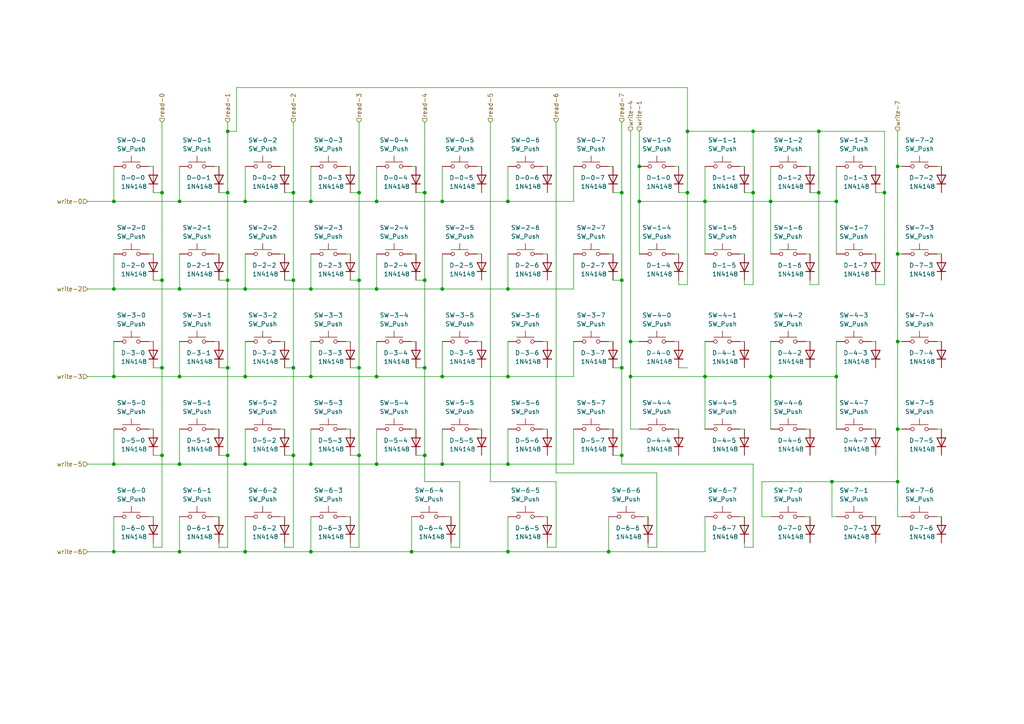
<source format=kicad_sch>
(kicad_sch (version 20250114) (generator "eeschema") (generator_version "9.0")
  (paper "A4")
  (junction (at 33.02 134.62))
  (junction (at 199.39 38.1))
  (junction (at 90.17 58.42))
  (junction (at 85.09 132.08))
  (junction (at 85.09 106.68))
  (junction (at 90.17 134.62))
  (junction (at 147.32 83.82))
  (junction (at 180.34 132.08))
  (junction (at 52.07 134.62))
  (junction (at 185.42 48.26))
  (junction (at 33.02 109.22))
  (junction (at 128.27 109.22))
  (junction (at 71.12 160.02))
  (junction (at 147.32 109.22))
  (junction (at 147.32 58.42))
  (junction (at 71.12 134.62))
  (junction (at 123.19 55.88))
  (junction (at 260.35 124.46))
  (junction (at 104.14 132.08))
  (junction (at 46.99 132.08))
  (junction (at 260.35 73.66))
  (junction (at 85.09 81.28))
  (junction (at 237.49 55.88))
  (junction (at 260.35 99.06))
  (junction (at 123.19 132.08))
  (junction (at 182.88 99.06))
  (junction (at 119.38 160.02))
  (junction (at 128.27 83.82))
  (junction (at 33.02 83.82))
  (junction (at 128.27 134.62))
  (junction (at 223.52 58.42))
  (junction (at 204.47 58.42))
  (junction (at 241.3 139.7))
  (junction (at 85.09 55.88))
  (junction (at 185.42 58.42))
  (junction (at 66.04 132.08))
  (junction (at 147.32 160.02))
  (junction (at 256.54 55.88))
  (junction (at 52.07 160.02))
  (junction (at 46.99 106.68))
  (junction (at 218.44 55.88))
  (junction (at 71.12 58.42))
  (junction (at 180.34 106.68))
  (junction (at 46.99 55.88))
  (junction (at 33.02 160.02))
  (junction (at 218.44 38.1))
  (junction (at 242.57 109.22))
  (junction (at 66.04 106.68))
  (junction (at 223.52 109.22))
  (junction (at 33.02 58.42))
  (junction (at 123.19 106.68))
  (junction (at 176.53 160.02))
  (junction (at 52.07 83.82))
  (junction (at 123.19 81.28))
  (junction (at 109.22 134.62))
  (junction (at 90.17 160.02))
  (junction (at 104.14 81.28))
  (junction (at 90.17 109.22))
  (junction (at 71.12 83.82))
  (junction (at 147.32 134.62))
  (junction (at 180.34 55.88))
  (junction (at 66.04 81.28))
  (junction (at 204.47 109.22))
  (junction (at 182.88 109.22))
  (junction (at 71.12 109.22))
  (junction (at 109.22 109.22))
  (junction (at 260.35 139.7))
  (junction (at 104.14 55.88))
  (junction (at 66.04 38.1))
  (junction (at 66.04 55.88))
  (junction (at 90.17 83.82))
  (junction (at 52.07 58.42))
  (junction (at 180.34 81.28))
  (junction (at 242.57 58.42))
  (junction (at 260.35 48.26))
  (junction (at 46.99 81.28))
  (junction (at 199.39 55.88))
  (junction (at 109.22 83.82))
  (junction (at 237.49 38.1))
  (junction (at 109.22 58.42))
  (junction (at 128.27 58.42))
  (junction (at 104.14 106.68))
  (junction (at 52.07 109.22))
  (wire (pts (xy 119.38 99.06) (xy 120.65 99.06)))
  (wire (pts (xy 81.28 48.26) (xy 82.55 48.26)))
  (wire (pts (xy 119.38 160.02) (xy 147.32 160.02)))
  (wire (pts (xy 157.48 124.46) (xy 158.75 124.46)))
  (wire (pts (xy 128.27 48.26) (xy 128.27 58.42)))
  (wire (pts (xy 204.47 109.22) (xy 223.52 109.22)))
  (wire (pts (xy 104.14 132.08) (xy 104.14 158.75)))
  (wire (pts (xy 182.88 99.06) (xy 185.42 99.06)))
  (wire (pts (xy 109.22 124.46) (xy 109.22 134.62)))
  (wire (pts (xy 25.4 83.82) (xy 33.02 83.82)))
  (wire (pts (xy 185.42 38.1) (xy 185.42 48.26)))
  (wire (pts (xy 161.29 139.7) (xy 142.24 139.7)))
  (wire (pts (xy 71.12 134.62) (xy 90.17 134.62)))
  (wire (pts (xy 204.47 58.42) (xy 204.47 48.26)))
  (wire (pts (xy 199.39 38.1) (xy 199.39 55.88)))
  (wire (pts (xy 176.53 48.26) (xy 177.8 48.26)))
  (wire (pts (xy 233.68 99.06) (xy 234.95 99.06)))
  (wire (pts (xy 218.44 55.88) (xy 218.44 82.55)))
  (wire (pts (xy 33.02 134.62) (xy 52.07 134.62)))
  (wire (pts (xy 233.68 124.46) (xy 234.95 124.46)))
  (wire (pts (xy 123.19 132.08) (xy 123.19 139.7)))
  (wire (pts (xy 123.19 106.68) (xy 123.19 132.08)))
  (wire (pts (xy 52.07 58.42) (xy 71.12 58.42)))
  (wire (pts (xy 66.04 106.68) (xy 66.04 132.08)))
  (wire (pts (xy 176.53 149.86) (xy 176.53 160.02)))
  (wire (pts (xy 147.32 160.02) (xy 176.53 160.02)))
  (wire (pts (xy 271.78 149.86) (xy 273.05 149.86)))
  (wire (pts (xy 252.73 149.86) (xy 254 149.86)))
  (wire (pts (xy 101.6 81.28) (xy 104.14 81.28)))
  (wire (pts (xy 242.57 149.86) (xy 241.3 149.86)))
  (wire (pts (xy 90.17 124.46) (xy 90.17 134.62)))
  (wire (pts (xy 25.4 134.62) (xy 33.02 134.62)))
  (wire (pts (xy 260.35 124.46) (xy 261.62 124.46)))
  (wire (pts (xy 52.07 149.86) (xy 52.07 160.02)))
  (wire (pts (xy 63.5 55.88) (xy 66.04 55.88)))
  (wire (pts (xy 100.33 149.86) (xy 101.6 149.86)))
  (wire (pts (xy 242.57 58.42) (xy 242.57 73.66)))
  (wire (pts (xy 138.43 124.46) (xy 139.7 124.46)))
  (wire (pts (xy 62.23 149.86) (xy 63.5 149.86)))
  (wire (pts (xy 90.17 134.62) (xy 109.22 134.62)))
  (wire (pts (xy 147.32 109.22) (xy 166.37 109.22)))
  (wire (pts (xy 66.04 38.1) (xy 66.04 55.88)))
  (wire (pts (xy 123.19 35.56) (xy 123.19 55.88)))
  (wire (pts (xy 176.53 160.02) (xy 204.47 160.02)))
  (wire (pts (xy 82.55 55.88) (xy 85.09 55.88)))
  (wire (pts (xy 223.52 109.22) (xy 242.57 109.22)))
  (wire (pts (xy 90.17 149.86) (xy 90.17 160.02)))
  (wire (pts (xy 254 55.88) (xy 256.54 55.88)))
  (wire (pts (xy 215.9 55.88) (xy 218.44 55.88)))
  (wire (pts (xy 166.37 83.82) (xy 166.37 73.66)))
  (wire (pts (xy 90.17 58.42) (xy 109.22 58.42)))
  (wire (pts (xy 215.9 157.48) (xy 215.9 158.75)))
  (wire (pts (xy 100.33 48.26) (xy 101.6 48.26)))
  (wire (pts (xy 195.58 99.06) (xy 196.85 99.06)))
  (wire (pts (xy 218.44 158.75) (xy 218.44 134.62)))
  (wire (pts (xy 166.37 134.62) (xy 166.37 124.46)))
  (wire (pts (xy 71.12 149.86) (xy 71.12 160.02)))
  (wire (pts (xy 260.35 48.26) (xy 261.62 48.26)))
  (wire (pts (xy 271.78 48.26) (xy 273.05 48.26)))
  (wire (pts (xy 176.53 124.46) (xy 177.8 124.46)))
  (wire (pts (xy 128.27 73.66) (xy 128.27 83.82)))
  (wire (pts (xy 142.24 139.7) (xy 142.24 35.56)))
  (wire (pts (xy 195.58 48.26) (xy 196.85 48.26)))
  (wire (pts (xy 68.58 25.4) (xy 68.58 38.1)))
  (wire (pts (xy 43.18 48.26) (xy 44.45 48.26)))
  (wire (pts (xy 199.39 25.4) (xy 68.58 25.4)))
  (wire (pts (xy 109.22 109.22) (xy 128.27 109.22)))
  (wire (pts (xy 161.29 158.75) (xy 161.29 139.7)))
  (wire (pts (xy 44.45 157.48) (xy 44.45 158.75)))
  (wire (pts (xy 33.02 73.66) (xy 33.02 83.82)))
  (wire (pts (xy 71.12 124.46) (xy 71.12 134.62)))
  (wire (pts (xy 52.07 160.02) (xy 71.12 160.02)))
  (wire (pts (xy 199.39 38.1) (xy 199.39 25.4)))
  (wire (pts (xy 33.02 99.06) (xy 33.02 109.22)))
  (wire (pts (xy 185.42 58.42) (xy 204.47 58.42)))
  (wire (pts (xy 185.42 48.26) (xy 185.42 58.42)))
  (wire (pts (xy 147.32 99.06) (xy 147.32 109.22)))
  (wire (pts (xy 33.02 160.02) (xy 52.07 160.02)))
  (wire (pts (xy 104.14 106.68) (xy 104.14 132.08)))
  (wire (pts (xy 256.54 82.55) (xy 256.54 55.88)))
  (wire (pts (xy 214.63 149.86) (xy 215.9 149.86)))
  (wire (pts (xy 215.9 81.28) (xy 215.9 82.55)))
  (wire (pts (xy 101.6 158.75) (xy 101.6 157.48)))
  (wire (pts (xy 43.18 149.86) (xy 44.45 149.86)))
  (wire (pts (xy 220.98 149.86) (xy 223.52 149.86)))
  (wire (pts (xy 204.47 160.02) (xy 204.47 149.86)))
  (wire (pts (xy 214.63 99.06) (xy 215.9 99.06)))
  (wire (pts (xy 71.12 160.02) (xy 90.17 160.02)))
  (wire (pts (xy 120.65 106.68) (xy 123.19 106.68)))
  (wire (pts (xy 220.98 149.86) (xy 220.98 139.7)))
  (wire (pts (xy 177.8 81.28) (xy 180.34 81.28)))
  (wire (pts (xy 185.42 58.42) (xy 185.42 73.66)))
  (wire (pts (xy 260.35 38.1) (xy 260.35 48.26)))
  (wire (pts (xy 215.9 158.75) (xy 218.44 158.75)))
  (wire (pts (xy 233.68 48.26) (xy 234.95 48.26)))
  (wire (pts (xy 133.35 158.75) (xy 133.35 139.7)))
  (wire (pts (xy 81.28 99.06) (xy 82.55 99.06)))
  (wire (pts (xy 187.96 157.48) (xy 187.96 158.75)))
  (wire (pts (xy 63.5 132.08) (xy 66.04 132.08)))
  (wire (pts (xy 256.54 38.1) (xy 256.54 55.88)))
  (wire (pts (xy 66.04 55.88) (xy 66.04 81.28)))
  (wire (pts (xy 157.48 48.26) (xy 158.75 48.26)))
  (wire (pts (xy 218.44 38.1) (xy 218.44 55.88)))
  (wire (pts (xy 128.27 99.06) (xy 128.27 109.22)))
  (wire (pts (xy 204.47 109.22) (xy 204.47 124.46)))
  (wire (pts (xy 260.35 99.06) (xy 260.35 73.66)))
  (wire (pts (xy 190.5 137.16) (xy 161.29 137.16)))
  (wire (pts (xy 199.39 82.55) (xy 199.39 55.88)))
  (wire (pts (xy 218.44 38.1) (xy 237.49 38.1)))
  (wire (pts (xy 130.81 157.48) (xy 130.81 158.75)))
  (wire (pts (xy 254 82.55) (xy 256.54 82.55)))
  (wire (pts (xy 260.35 73.66) (xy 260.35 48.26)))
  (wire (pts (xy 52.07 73.66) (xy 52.07 83.82)))
  (wire (pts (xy 128.27 124.46) (xy 128.27 134.62)))
  (wire (pts (xy 101.6 132.08) (xy 104.14 132.08)))
  (wire (pts (xy 215.9 82.55) (xy 218.44 82.55)))
  (wire (pts (xy 196.85 55.88) (xy 199.39 55.88)))
  (wire (pts (xy 119.38 149.86) (xy 119.38 160.02)))
  (wire (pts (xy 62.23 124.46) (xy 63.5 124.46)))
  (wire (pts (xy 66.04 35.56) (xy 66.04 38.1)))
  (wire (pts (xy 223.52 58.42) (xy 223.52 48.26)))
  (wire (pts (xy 43.18 99.06) (xy 44.45 99.06)))
  (wire (pts (xy 82.55 132.08) (xy 85.09 132.08)))
  (wire (pts (xy 85.09 158.75) (xy 85.09 132.08)))
  (wire (pts (xy 130.81 158.75) (xy 133.35 158.75)))
  (wire (pts (xy 234.95 82.55) (xy 237.49 82.55)))
  (wire (pts (xy 85.09 106.68) (xy 85.09 81.28)))
  (wire (pts (xy 180.34 132.08) (xy 180.34 106.68)))
  (wire (pts (xy 187.96 158.75) (xy 190.5 158.75)))
  (wire (pts (xy 223.52 109.22) (xy 223.52 124.46)))
  (wire (pts (xy 271.78 73.66) (xy 273.05 73.66)))
  (wire (pts (xy 147.32 48.26) (xy 147.32 58.42)))
  (wire (pts (xy 109.22 83.82) (xy 128.27 83.82)))
  (wire (pts (xy 25.4 160.02) (xy 33.02 160.02)))
  (wire (pts (xy 129.54 149.86) (xy 130.81 149.86)))
  (wire (pts (xy 180.34 134.62) (xy 180.34 132.08)))
  (wire (pts (xy 177.8 132.08) (xy 180.34 132.08)))
  (wire (pts (xy 101.6 55.88) (xy 104.14 55.88)))
  (wire (pts (xy 180.34 81.28) (xy 180.34 55.88)))
  (wire (pts (xy 214.63 48.26) (xy 215.9 48.26)))
  (wire (pts (xy 260.35 124.46) (xy 260.35 99.06)))
  (wire (pts (xy 234.95 55.88) (xy 237.49 55.88)))
  (wire (pts (xy 252.73 48.26) (xy 254 48.26)))
  (wire (pts (xy 63.5 158.75) (xy 66.04 158.75)))
  (wire (pts (xy 33.02 124.46) (xy 33.02 134.62)))
  (wire (pts (xy 120.65 55.88) (xy 123.19 55.88)))
  (wire (pts (xy 85.09 81.28) (xy 85.09 55.88)))
  (wire (pts (xy 81.28 149.86) (xy 82.55 149.86)))
  (wire (pts (xy 204.47 58.42) (xy 223.52 58.42)))
  (wire (pts (xy 44.45 106.68) (xy 46.99 106.68)))
  (wire (pts (xy 242.57 48.26) (xy 242.57 58.42)))
  (wire (pts (xy 123.19 55.88) (xy 123.19 81.28)))
  (wire (pts (xy 252.73 99.06) (xy 254 99.06)))
  (wire (pts (xy 166.37 58.42) (xy 166.37 48.26)))
  (wire (pts (xy 260.35 99.06) (xy 261.62 99.06)))
  (wire (pts (xy 90.17 109.22) (xy 109.22 109.22)))
  (wire (pts (xy 109.22 134.62) (xy 128.27 134.62)))
  (wire (pts (xy 33.02 58.42) (xy 52.07 58.42)))
  (wire (pts (xy 85.09 132.08) (xy 85.09 106.68)))
  (wire (pts (xy 46.99 158.75) (xy 44.45 158.75)))
  (wire (pts (xy 128.27 83.82) (xy 147.32 83.82)))
  (wire (pts (xy 123.19 81.28) (xy 123.19 106.68)))
  (wire (pts (xy 66.04 132.08) (xy 66.04 158.75)))
  (wire (pts (xy 161.29 137.16) (xy 161.29 35.56)))
  (wire (pts (xy 119.38 48.26) (xy 120.65 48.26)))
  (wire (pts (xy 182.88 109.22) (xy 204.47 109.22)))
  (wire (pts (xy 242.57 99.06) (xy 242.57 109.22)))
  (wire (pts (xy 196.85 82.55) (xy 199.39 82.55)))
  (wire (pts (xy 85.09 55.88) (xy 85.09 35.56)))
  (wire (pts (xy 71.12 83.82) (xy 90.17 83.82)))
  (wire (pts (xy 128.27 58.42) (xy 147.32 58.42)))
  (wire (pts (xy 260.35 139.7) (xy 260.35 124.46)))
  (wire (pts (xy 237.49 55.88) (xy 237.49 38.1)))
  (wire (pts (xy 157.48 99.06) (xy 158.75 99.06)))
  (wire (pts (xy 120.65 132.08) (xy 123.19 132.08)))
  (wire (pts (xy 177.8 106.68) (xy 180.34 106.68)))
  (wire (pts (xy 196.85 81.28) (xy 196.85 82.55)))
  (wire (pts (xy 44.45 81.28) (xy 46.99 81.28)))
  (wire (pts (xy 52.07 109.22) (xy 71.12 109.22)))
  (wire (pts (xy 82.55 81.28) (xy 85.09 81.28)))
  (wire (pts (xy 166.37 109.22) (xy 166.37 99.06)))
  (wire (pts (xy 46.99 55.88) (xy 46.99 81.28)))
  (wire (pts (xy 147.32 134.62) (xy 166.37 134.62)))
  (wire (pts (xy 66.04 81.28) (xy 66.04 106.68)))
  (wire (pts (xy 33.02 48.26) (xy 33.02 58.42)))
  (wire (pts (xy 71.12 58.42) (xy 90.17 58.42)))
  (wire (pts (xy 71.12 109.22) (xy 90.17 109.22)))
  (wire (pts (xy 25.4 58.42) (xy 33.02 58.42)))
  (wire (pts (xy 46.99 132.08) (xy 46.99 158.75)))
  (wire (pts (xy 176.53 99.06) (xy 177.8 99.06)))
  (wire (pts (xy 25.4 109.22) (xy 33.02 109.22)))
  (wire (pts (xy 52.07 99.06) (xy 52.07 109.22)))
  (wire (pts (xy 68.58 38.1) (xy 66.04 38.1)))
  (wire (pts (xy 104.14 55.88) (xy 104.14 81.28)))
  (wire (pts (xy 182.88 99.06) (xy 182.88 109.22)))
  (wire (pts (xy 128.27 109.22) (xy 147.32 109.22)))
  (wire (pts (xy 71.12 99.06) (xy 71.12 109.22)))
  (wire (pts (xy 237.49 38.1) (xy 256.54 38.1)))
  (wire (pts (xy 71.12 48.26) (xy 71.12 58.42)))
  (wire (pts (xy 182.88 109.22) (xy 182.88 124.46)))
  (wire (pts (xy 204.47 58.42) (xy 204.47 73.66)))
  (wire (pts (xy 63.5 157.48) (xy 63.5 158.75)))
  (wire (pts (xy 82.55 158.75) (xy 82.55 157.48)))
  (wire (pts (xy 199.39 38.1) (xy 218.44 38.1)))
  (wire (pts (xy 138.43 73.66) (xy 139.7 73.66)))
  (wire (pts (xy 271.78 99.06) (xy 273.05 99.06)))
  (wire (pts (xy 241.3 149.86) (xy 241.3 139.7)))
  (wire (pts (xy 204.47 99.06) (xy 204.47 109.22)))
  (wire (pts (xy 71.12 73.66) (xy 71.12 83.82)))
  (wire (pts (xy 109.22 58.42) (xy 128.27 58.42)))
  (wire (pts (xy 100.33 99.06) (xy 101.6 99.06)))
  (wire (pts (xy 109.22 99.06) (xy 109.22 109.22)))
  (wire (pts (xy 218.44 134.62) (xy 180.34 134.62)))
  (wire (pts (xy 242.57 109.22) (xy 242.57 124.46)))
  (wire (pts (xy 147.32 149.86) (xy 147.32 160.02)))
  (wire (pts (xy 44.45 132.08) (xy 46.99 132.08)))
  (wire (pts (xy 233.68 149.86) (xy 234.95 149.86)))
  (wire (pts (xy 90.17 99.06) (xy 90.17 109.22)))
  (wire (pts (xy 147.32 124.46) (xy 147.32 134.62)))
  (wire (pts (xy 52.07 83.82) (xy 71.12 83.82)))
  (wire (pts (xy 190.5 158.75) (xy 190.5 137.16)))
  (wire (pts (xy 104.14 35.56) (xy 104.14 55.88)))
  (wire (pts (xy 90.17 48.26) (xy 90.17 58.42)))
  (wire (pts (xy 177.8 55.88) (xy 180.34 55.88)))
  (wire (pts (xy 109.22 48.26) (xy 109.22 58.42)))
  (wire (pts (xy 223.52 58.42) (xy 242.57 58.42)))
  (wire (pts (xy 81.28 124.46) (xy 82.55 124.46)))
  (wire (pts (xy 119.38 124.46) (xy 120.65 124.46)))
  (wire (pts (xy 128.27 134.62) (xy 147.32 134.62)))
  (wire (pts (xy 43.18 124.46) (xy 44.45 124.46)))
  (wire (pts (xy 260.35 73.66) (xy 261.62 73.66)))
  (wire (pts (xy 33.02 149.86) (xy 33.02 160.02)))
  (wire (pts (xy 44.45 55.88) (xy 46.99 55.88)))
  (wire (pts (xy 182.88 38.1) (xy 182.88 99.06)))
  (wire (pts (xy 196.85 106.68) (xy 199.39 106.68)))
  (wire (pts (xy 104.14 81.28) (xy 104.14 106.68)))
  (wire (pts (xy 233.68 73.66) (xy 234.95 73.66)))
  (wire (pts (xy 90.17 73.66) (xy 90.17 83.82)))
  (wire (pts (xy 180.34 106.68) (xy 180.34 81.28)))
  (wire (pts (xy 100.33 73.66) (xy 101.6 73.66)))
  (wire (pts (xy 52.07 124.46) (xy 52.07 134.62)))
  (wire (pts (xy 147.32 73.66) (xy 147.32 83.82)))
  (wire (pts (xy 46.99 106.68) (xy 46.99 132.08)))
  (wire (pts (xy 254 81.28) (xy 254 82.55)))
  (wire (pts (xy 252.73 73.66) (xy 254 73.66)))
  (wire (pts (xy 52.07 48.26) (xy 52.07 58.42)))
  (wire (pts (xy 237.49 82.55) (xy 237.49 55.88)))
  (wire (pts (xy 100.33 124.46) (xy 101.6 124.46)))
  (wire (pts (xy 186.69 149.86) (xy 187.96 149.86)))
  (wire (pts (xy 234.95 81.28) (xy 234.95 82.55)))
  (wire (pts (xy 158.75 157.48) (xy 158.75 158.75)))
  (wire (pts (xy 82.55 106.68) (xy 85.09 106.68)))
  (wire (pts (xy 62.23 73.66) (xy 63.5 73.66)))
  (wire (pts (xy 214.63 124.46) (xy 215.9 124.46)))
  (wire (pts (xy 46.99 81.28) (xy 46.99 106.68)))
  (wire (pts (xy 63.5 106.68) (xy 66.04 106.68)))
  (wire (pts (xy 62.23 99.06) (xy 63.5 99.06)))
  (wire (pts (xy 195.58 124.46) (xy 196.85 124.46)))
  (wire (pts (xy 43.18 73.66) (xy 44.45 73.66)))
  (wire (pts (xy 119.38 73.66) (xy 120.65 73.66)))
  (wire (pts (xy 180.34 55.88) (xy 180.34 35.56)))
  (wire (pts (xy 104.14 158.75) (xy 101.6 158.75)))
  (wire (pts (xy 33.02 109.22) (xy 52.07 109.22)))
  (wire (pts (xy 81.28 73.66) (xy 82.55 73.66)))
  (wire (pts (xy 63.5 81.28) (xy 66.04 81.28)))
  (wire (pts (xy 33.02 83.82) (xy 52.07 83.82)))
  (wire (pts (xy 147.32 58.42) (xy 166.37 58.42)))
  (wire (pts (xy 195.58 73.66) (xy 196.85 73.66)))
  (wire (pts (xy 133.35 139.7) (xy 123.19 139.7)))
  (wire (pts (xy 182.88 124.46) (xy 185.42 124.46)))
  (wire (pts (xy 223.52 58.42) (xy 223.52 73.66)))
  (wire (pts (xy 90.17 160.02) (xy 119.38 160.02)))
  (wire (pts (xy 52.07 134.62) (xy 71.12 134.62)))
  (wire (pts (xy 62.23 48.26) (xy 63.5 48.26)))
  (wire (pts (xy 109.22 73.66) (xy 109.22 83.82)))
  (wire (pts (xy 120.65 81.28) (xy 123.19 81.28)))
  (wire (pts (xy 90.17 83.82) (xy 109.22 83.82)))
  (wire (pts (xy 260.35 149.86) (xy 260.35 139.7)))
  (wire (pts (xy 241.3 139.7) (xy 260.35 139.7)))
  (wire (pts (xy 261.62 149.86) (xy 260.35 149.86)))
  (wire (pts (xy 223.52 99.06) (xy 223.52 109.22)))
  (wire (pts (xy 46.99 35.56) (xy 46.99 55.88)))
  (wire (pts (xy 158.75 158.75) (xy 161.29 158.75)))
  (wire (pts (xy 138.43 48.26) (xy 139.7 48.26)))
  (wire (pts (xy 220.98 139.7) (xy 241.3 139.7)))
  (wire (pts (xy 82.55 158.75) (xy 85.09 158.75)))
  (wire (pts (xy 176.53 73.66) (xy 177.8 73.66)))
  (wire (pts (xy 271.78 124.46) (xy 273.05 124.46)))
  (wire (pts (xy 157.48 73.66) (xy 158.75 73.66)))
  (wire (pts (xy 252.73 124.46) (xy 254 124.46)))
  (wire (pts (xy 101.6 106.68) (xy 104.14 106.68)))
  (wire (pts (xy 157.48 149.86) (xy 158.75 149.86)))
  (wire (pts (xy 147.32 83.82) (xy 166.37 83.82)))
  (wire (pts (xy 138.43 99.06) (xy 139.7 99.06)))
  (wire (pts (xy 214.63 73.66) (xy 215.9 73.66)))
  (hierarchical_label "write-5" (shape input) (at 25.4 134.62 180))
  (hierarchical_label "write-4" (shape input) (at 182.88 38.1 90))
  (hierarchical_label "write-6" (shape input) (at 25.4 160.02 180))
  (hierarchical_label "write-0" (shape input) (at 25.4 58.42 180))
  (hierarchical_label "read-6" (shape input) (at 161.29 35.56 90))
  (hierarchical_label "read-4" (shape input) (at 123.19 35.56 90))
  (hierarchical_label "write-1" (shape input) (at 185.42 38.1 90))
  (hierarchical_label "read-3" (shape input) (at 104.14 35.56 90))
  (hierarchical_label "write-7" (shape input) (at 260.35 38.1 90))
  (hierarchical_label "read-1" (shape input) (at 66.04 35.56 90))
  (hierarchical_label "read-2" (shape input) (at 85.09 35.56 90))
  (hierarchical_label "read-7" (shape input) (at 180.34 35.56 90))
  (hierarchical_label "write-3" (shape input) (at 25.4 109.22 180))
  (hierarchical_label "read-5" (shape input) (at 142.24 35.56 90))
  (hierarchical_label "write-2" (shape input) (at 25.4 83.82 180))
  (hierarchical_label "read-0" (shape input) (at 46.99 35.56 90))
  (symbol (lib_id "Diode:1N4148") (at 187.96 153.67 90) (unit 1)
    (property "Reference" "D-6-6" (at 178.562 153.162 90) (effects (justify right)))
    (property "Value" "1N4148" (at 178.562 155.702 90) (effects (justify right)))
    (property "Footprint" "Diode_THT:D_DO-35_SOD27_P7.62mm_Horizontal" (effects (hide yes)))
    (property "Datasheet" "https://assets.nexperia.com/documents/data-sheet/1N4148_1N4448.pdf" (effects (hide yes)))
    (property "Description" "100V 0.15A standard switching diode, DO-35" (effects (hide yes)))
    (property "Sim.Device" "D" (effects (hide yes)))
    (property "Sim.Pins" "1=K 2=A" (effects (hide yes)))
  )
  (symbol (lib_id "Diode:1N4148") (at 234.95 128.27 90) (unit 1)
    (property "Reference" "D-4-6" (at 225.552 127.762 90) (effects (justify right)))
    (property "Value" "1N4148" (at 225.552 130.302 90) (effects (justify right)))
    (property "Footprint" "Diode_THT:D_DO-35_SOD27_P7.62mm_Horizontal" (effects (hide yes)))
    (property "Datasheet" "https://assets.nexperia.com/documents/data-sheet/1N4148_1N4448.pdf" (effects (hide yes)))
    (property "Description" "100V 0.15A standard switching diode, DO-35" (effects (hide yes)))
    (property "Sim.Device" "D" (effects (hide yes)))
    (property "Sim.Pins" "1=K 2=A" (effects (hide yes)))
  )
  (symbol (lib_id "Switch:SW_Push") (at 133.35 124.46 0) (unit 1)
    (property "Reference" "SW-5-5" (at 133.35 116.84 0))
    (property "Value" "SW_Push" (at 133.35 119.38 0))
    (property "Footprint" "Button_Switch_Keyboard:SW_Cherry_MX_1.00u_PCB" (effects (hide yes)))
    (property "Description" "Push button switch, generic, two pins" (effects (hide yes)))
  )
  (symbol (lib_id "Diode:1N4148") (at 254 102.87 90) (unit 1)
    (property "Reference" "D-4-3" (at 244.602 102.362 90) (effects (justify right)))
    (property "Value" "1N4148" (at 244.602 104.902 90) (effects (justify right)))
    (property "Footprint" "Diode_THT:D_DO-35_SOD27_P7.62mm_Horizontal" (effects (hide yes)))
    (property "Datasheet" "https://assets.nexperia.com/documents/data-sheet/1N4148_1N4448.pdf" (effects (hide yes)))
    (property "Description" "100V 0.15A standard switching diode, DO-35" (effects (hide yes)))
    (property "Sim.Device" "D" (effects (hide yes)))
    (property "Sim.Pins" "1=K 2=A" (effects (hide yes)))
  )
  (symbol (lib_id "Diode:1N4148") (at 234.95 153.67 90) (unit 1)
    (property "Reference" "D-7-0" (at 225.552 153.162 90) (effects (justify right)))
    (property "Value" "1N4148" (at 225.552 155.702 90) (effects (justify right)))
    (property "Footprint" "Diode_THT:D_DO-35_SOD27_P7.62mm_Horizontal" (effects (hide yes)))
    (property "Datasheet" "https://assets.nexperia.com/documents/data-sheet/1N4148_1N4448.pdf" (effects (hide yes)))
    (property "Description" "100V 0.15A standard switching diode, DO-35" (effects (hide yes)))
    (property "Sim.Device" "D" (effects (hide yes)))
    (property "Sim.Pins" "1=K 2=A" (effects (hide yes)))
  )
  (symbol (lib_id "Diode:1N4148") (at 63.5 128.27 90) (unit 1)
    (property "Reference" "D-5-1" (at 54.102 127.762 90) (effects (justify right)))
    (property "Value" "1N4148" (at 54.102 130.302 90) (effects (justify right)))
    (property "Footprint" "Diode_THT:D_DO-35_SOD27_P7.62mm_Horizontal" (effects (hide yes)))
    (property "Datasheet" "https://assets.nexperia.com/documents/data-sheet/1N4148_1N4448.pdf" (effects (hide yes)))
    (property "Description" "100V 0.15A standard switching diode, DO-35" (effects (hide yes)))
    (property "Sim.Device" "D" (effects (hide yes)))
    (property "Sim.Pins" "1=K 2=A" (effects (hide yes)))
  )
  (symbol (lib_id "Diode:1N4148") (at 120.65 128.27 90) (unit 1)
    (property "Reference" "D-5-4" (at 111.252 127.762 90) (effects (justify right)))
    (property "Value" "1N4148" (at 111.252 130.302 90) (effects (justify right)))
    (property "Footprint" "Diode_THT:D_DO-35_SOD27_P7.62mm_Horizontal" (effects (hide yes)))
    (property "Datasheet" "https://assets.nexperia.com/documents/data-sheet/1N4148_1N4448.pdf" (effects (hide yes)))
    (property "Description" "100V 0.15A standard switching diode, DO-35" (effects (hide yes)))
    (property "Sim.Device" "D" (effects (hide yes)))
    (property "Sim.Pins" "1=K 2=A" (effects (hide yes)))
  )
  (symbol (lib_id "Diode:1N4148") (at 254 153.67 90) (unit 1)
    (property "Reference" "D-7-1" (at 244.602 153.162 90) (effects (justify right)))
    (property "Value" "1N4148" (at 244.602 155.702 90) (effects (justify right)))
    (property "Footprint" "Diode_THT:D_DO-35_SOD27_P7.62mm_Horizontal" (effects (hide yes)))
    (property "Datasheet" "https://assets.nexperia.com/documents/data-sheet/1N4148_1N4448.pdf" (effects (hide yes)))
    (property "Description" "100V 0.15A standard switching diode, DO-35" (effects (hide yes)))
    (property "Sim.Device" "D" (effects (hide yes)))
    (property "Sim.Pins" "1=K 2=A" (effects (hide yes)))
  )
  (symbol (lib_id "Diode:1N4148") (at 273.05 102.87 90) (unit 1)
    (property "Reference" "D-7-4" (at 263.652 102.362 90) (effects (justify right)))
    (property "Value" "1N4148" (at 263.652 104.902 90) (effects (justify right)))
    (property "Footprint" "Diode_THT:D_DO-35_SOD27_P7.62mm_Horizontal" (effects (hide yes)))
    (property "Datasheet" "https://assets.nexperia.com/documents/data-sheet/1N4148_1N4448.pdf" (effects (hide yes)))
    (property "Description" "100V 0.15A standard switching diode, DO-35" (effects (hide yes)))
    (property "Sim.Device" "D" (effects (hide yes)))
    (property "Sim.Pins" "1=K 2=A" (effects (hide yes)))
  )
  (symbol (lib_id "Switch:SW_Push") (at 247.65 99.06 0) (unit 1)
    (property "Reference" "SW-4-3" (at 247.65 91.44 0))
    (property "Value" "SW_Push" (at 247.65 93.98 0))
    (property "Footprint" "Button_Switch_Keyboard:SW_Cherry_MX_1.00u_PCB" (effects (hide yes)))
    (property "Description" "Push button switch, generic, two pins" (effects (hide yes)))
  )
  (symbol (lib_id "Switch:SW_Push") (at 76.2 99.06 0) (unit 1)
    (property "Reference" "SW-3-2" (at 76.2 91.44 0))
    (property "Value" "SW_Push" (at 76.2 93.98 0))
    (property "Footprint" "Button_Switch_Keyboard:SW_Cherry_MX_1.00u_PCB" (effects (hide yes)))
    (property "Description" "Push button switch, generic, two pins" (effects (hide yes)))
  )
  (symbol (lib_id "Diode:1N4148") (at 215.9 128.27 90) (unit 1)
    (property "Reference" "D-4-5" (at 206.502 127.762 90) (effects (justify right)))
    (property "Value" "1N4148" (at 206.502 130.302 90) (effects (justify right)))
    (property "Footprint" "Diode_THT:D_DO-35_SOD27_P7.62mm_Horizontal" (effects (hide yes)))
    (property "Datasheet" "https://assets.nexperia.com/documents/data-sheet/1N4148_1N4448.pdf" (effects (hide yes)))
    (property "Description" "100V 0.15A standard switching diode, DO-35" (effects (hide yes)))
    (property "Sim.Device" "D" (effects (hide yes)))
    (property "Sim.Pins" "1=K 2=A" (effects (hide yes)))
  )
  (symbol (lib_id "Switch:SW_Push") (at 266.7 149.86 0) (unit 1)
    (property "Reference" "SW-7-6" (at 266.7 142.24 0))
    (property "Value" "SW_Push" (at 266.7 144.78 0))
    (property "Footprint" "Button_Switch_Keyboard:SW_Cherry_MX_1.00u_PCB" (effects (hide yes)))
    (property "Description" "Push button switch, generic, two pins" (effects (hide yes)))
  )
  (symbol (lib_id "Switch:SW_Push") (at 95.25 73.66 0) (unit 1)
    (property "Reference" "SW-2-3" (at 95.25 66.04 0))
    (property "Value" "SW_Push" (at 95.25 68.58 0))
    (property "Footprint" "Button_Switch_Keyboard:SW_Cherry_MX_1.00u_PCB" (effects (hide yes)))
    (property "Description" "Push button switch, generic, two pins" (effects (hide yes)))
  )
  (symbol (lib_id "Diode:1N4148") (at 215.9 52.07 90) (unit 1)
    (property "Reference" "D-1-1" (at 206.502 51.562 90) (effects (justify right)))
    (property "Value" "1N4148" (at 206.502 54.102 90) (effects (justify right)))
    (property "Footprint" "Diode_THT:D_DO-35_SOD27_P7.62mm_Horizontal" (effects (hide yes)))
    (property "Datasheet" "https://assets.nexperia.com/documents/data-sheet/1N4148_1N4448.pdf" (effects (hide yes)))
    (property "Description" "100V 0.15A standard switching diode, DO-35" (effects (hide yes)))
    (property "Sim.Device" "D" (effects (hide yes)))
    (property "Sim.Pins" "1=K 2=A" (effects (hide yes)))
  )
  (symbol (lib_id "Diode:1N4148") (at 234.95 77.47 90) (unit 1)
    (property "Reference" "D-1-6" (at 225.552 76.962 90) (effects (justify right)))
    (property "Value" "1N4148" (at 225.552 79.502 90) (effects (justify right)))
    (property "Footprint" "Diode_THT:D_DO-35_SOD27_P7.62mm_Horizontal" (effects (hide yes)))
    (property "Datasheet" "https://assets.nexperia.com/documents/data-sheet/1N4148_1N4448.pdf" (effects (hide yes)))
    (property "Description" "100V 0.15A standard switching diode, DO-35" (effects (hide yes)))
    (property "Sim.Device" "D" (effects (hide yes)))
    (property "Sim.Pins" "1=K 2=A" (effects (hide yes)))
  )
  (symbol (lib_id "Switch:SW_Push") (at 76.2 149.86 0) (unit 1)
    (property "Reference" "SW-6-2" (at 76.2 142.24 0))
    (property "Value" "SW_Push" (at 76.2 144.78 0))
    (property "Footprint" "Button_Switch_Keyboard:SW_Cherry_MX_1.00u_PCB" (effects (hide yes)))
    (property "Description" "Push button switch, generic, two pins" (effects (hide yes)))
  )
  (symbol (lib_id "Switch:SW_Push") (at 171.45 124.46 0) (unit 1)
    (property "Reference" "SW-5-7" (at 171.45 116.84 0))
    (property "Value" "SW_Push" (at 171.45 119.38 0))
    (property "Footprint" "Button_Switch_Keyboard:SW_Cherry_MX_1.00u_PCB" (effects (hide yes)))
    (property "Description" "Push button switch, generic, two pins" (effects (hide yes)))
  )
  (symbol (lib_id "Diode:1N4148") (at 254 128.27 90) (unit 1)
    (property "Reference" "D-4-7" (at 244.602 127.762 90) (effects (justify right)))
    (property "Value" "1N4148" (at 244.602 130.302 90) (effects (justify right)))
    (property "Footprint" "Diode_THT:D_DO-35_SOD27_P7.62mm_Horizontal" (effects (hide yes)))
    (property "Datasheet" "https://assets.nexperia.com/documents/data-sheet/1N4148_1N4448.pdf" (effects (hide yes)))
    (property "Description" "100V 0.15A standard switching diode, DO-35" (effects (hide yes)))
    (property "Sim.Device" "D" (effects (hide yes)))
    (property "Sim.Pins" "1=K 2=A" (effects (hide yes)))
  )
  (symbol (lib_id "Switch:SW_Push") (at 57.15 99.06 0) (unit 1)
    (property "Reference" "SW-3-1" (at 57.15 91.44 0))
    (property "Value" "SW_Push" (at 57.15 93.98 0))
    (property "Footprint" "Button_Switch_Keyboard:SW_Cherry_MX_1.00u_PCB" (effects (hide yes)))
    (property "Description" "Push button switch, generic, two pins" (effects (hide yes)))
  )
  (symbol (lib_id "Switch:SW_Push") (at 57.15 124.46 0) (unit 1)
    (property "Reference" "SW-5-1" (at 57.15 116.84 0))
    (property "Value" "SW_Push" (at 57.15 119.38 0))
    (property "Footprint" "Button_Switch_Keyboard:SW_Cherry_MX_1.00u_PCB" (effects (hide yes)))
    (property "Description" "Push button switch, generic, two pins" (effects (hide yes)))
  )
  (symbol (lib_id "Diode:1N4148") (at 44.45 77.47 90) (unit 1)
    (property "Reference" "D-2-0" (at 35.052 76.962 90) (effects (justify right)))
    (property "Value" "1N4148" (at 35.052 79.502 90) (effects (justify right)))
    (property "Footprint" "Diode_THT:D_DO-35_SOD27_P7.62mm_Horizontal" (effects (hide yes)))
    (property "Datasheet" "https://assets.nexperia.com/documents/data-sheet/1N4148_1N4448.pdf" (effects (hide yes)))
    (property "Description" "100V 0.15A standard switching diode, DO-35" (effects (hide yes)))
    (property "Sim.Device" "D" (effects (hide yes)))
    (property "Sim.Pins" "1=K 2=A" (effects (hide yes)))
  )
  (symbol (lib_id "Switch:SW_Push") (at 209.55 99.06 0) (unit 1)
    (property "Reference" "SW-4-1" (at 209.55 91.44 0))
    (property "Value" "SW_Push" (at 209.55 93.98 0))
    (property "Footprint" "Button_Switch_Keyboard:SW_Cherry_MX_1.00u_PCB" (effects (hide yes)))
    (property "Description" "Push button switch, generic, two pins" (effects (hide yes)))
  )
  (symbol (lib_id "Switch:SW_Push") (at 247.65 73.66 0) (unit 1)
    (property "Reference" "SW-1-7" (at 247.65 66.04 0))
    (property "Value" "SW_Push" (at 247.65 68.58 0))
    (property "Footprint" "Button_Switch_Keyboard:SW_Cherry_MX_1.00u_PCB" (effects (hide yes)))
    (property "Description" "Push button switch, generic, two pins" (effects (hide yes)))
  )
  (symbol (lib_id "Diode:1N4148") (at 63.5 153.67 90) (unit 1)
    (property "Reference" "D-6-1" (at 54.102 153.162 90) (effects (justify right)))
    (property "Value" "1N4148" (at 54.102 155.702 90) (effects (justify right)))
    (property "Footprint" "Diode_THT:D_DO-35_SOD27_P7.62mm_Horizontal" (effects (hide yes)))
    (property "Datasheet" "https://assets.nexperia.com/documents/data-sheet/1N4148_1N4448.pdf" (effects (hide yes)))
    (property "Description" "100V 0.15A standard switching diode, DO-35" (effects (hide yes)))
    (property "Sim.Device" "D" (effects (hide yes)))
    (property "Sim.Pins" "1=K 2=A" (effects (hide yes)))
  )
  (symbol (lib_id "Diode:1N4148") (at 44.45 128.27 90) (unit 1)
    (property "Reference" "D-5-0" (at 35.052 127.762 90) (effects (justify right)))
    (property "Value" "1N4148" (at 35.052 130.302 90) (effects (justify right)))
    (property "Footprint" "Diode_THT:D_DO-35_SOD27_P7.62mm_Horizontal" (effects (hide yes)))
    (property "Datasheet" "https://assets.nexperia.com/documents/data-sheet/1N4148_1N4448.pdf" (effects (hide yes)))
    (property "Description" "100V 0.15A standard switching diode, DO-35" (effects (hide yes)))
    (property "Sim.Device" "D" (effects (hide yes)))
    (property "Sim.Pins" "1=K 2=A" (effects (hide yes)))
  )
  (symbol (lib_id "Diode:1N4148") (at 273.05 77.47 90) (unit 1)
    (property "Reference" "D-7-3" (at 263.652 76.962 90) (effects (justify right)))
    (property "Value" "1N4148" (at 263.652 79.502 90) (effects (justify right)))
    (property "Footprint" "Diode_THT:D_DO-35_SOD27_P7.62mm_Horizontal" (effects (hide yes)))
    (property "Datasheet" "https://assets.nexperia.com/documents/data-sheet/1N4148_1N4448.pdf" (effects (hide yes)))
    (property "Description" "100V 0.15A standard switching diode, DO-35" (effects (hide yes)))
    (property "Sim.Device" "D" (effects (hide yes)))
    (property "Sim.Pins" "1=K 2=A" (effects (hide yes)))
  )
  (symbol (lib_id "Diode:1N4148") (at 196.85 128.27 90) (unit 1)
    (property "Reference" "D-4-4" (at 187.452 127.762 90) (effects (justify right)))
    (property "Value" "1N4148" (at 187.452 130.302 90) (effects (justify right)))
    (property "Footprint" "Diode_THT:D_DO-35_SOD27_P7.62mm_Horizontal" (effects (hide yes)))
    (property "Datasheet" "https://assets.nexperia.com/documents/data-sheet/1N4148_1N4448.pdf" (effects (hide yes)))
    (property "Description" "100V 0.15A standard switching diode, DO-35" (effects (hide yes)))
    (property "Sim.Device" "D" (effects (hide yes)))
    (property "Sim.Pins" "1=K 2=A" (effects (hide yes)))
  )
  (symbol (lib_id "Switch:SW_Push") (at 76.2 73.66 0) (unit 1)
    (property "Reference" "SW-2-2" (at 76.2 66.04 0))
    (property "Value" "SW_Push" (at 76.2 68.58 0))
    (property "Footprint" "Button_Switch_Keyboard:SW_Cherry_MX_1.00u_PCB" (effects (hide yes)))
    (property "Description" "Push button switch, generic, two pins" (effects (hide yes)))
  )
  (symbol (lib_id "Diode:1N4148") (at 101.6 77.47 90) (unit 1)
    (property "Reference" "D-2-3" (at 92.202 76.962 90) (effects (justify right)))
    (property "Value" "1N4148" (at 92.202 79.502 90) (effects (justify right)))
    (property "Footprint" "Diode_THT:D_DO-35_SOD27_P7.62mm_Horizontal" (effects (hide yes)))
    (property "Datasheet" "https://assets.nexperia.com/documents/data-sheet/1N4148_1N4448.pdf" (effects (hide yes)))
    (property "Description" "100V 0.15A standard switching diode, DO-35" (effects (hide yes)))
    (property "Sim.Device" "D" (effects (hide yes)))
    (property "Sim.Pins" "1=K 2=A" (effects (hide yes)))
  )
  (symbol (lib_id "Switch:SW_Push") (at 57.15 149.86 0) (unit 1)
    (property "Reference" "SW-6-1" (at 57.15 142.24 0))
    (property "Value" "SW_Push" (at 57.15 144.78 0))
    (property "Footprint" "Button_Switch_Keyboard:SW_Cherry_MX_1.00u_PCB" (effects (hide yes)))
    (property "Description" "Push button switch, generic, two pins" (effects (hide yes)))
  )
  (symbol (lib_id "Switch:SW_Push") (at 266.7 48.26 0) (unit 1)
    (property "Reference" "SW-7-2" (at 266.7 40.64 0))
    (property "Value" "SW_Push" (at 266.7 43.18 0))
    (property "Footprint" "Button_Switch_Keyboard:SW_Cherry_MX_1.00u_PCB" (effects (hide yes)))
    (property "Description" "Push button switch, generic, two pins" (effects (hide yes)))
  )
  (symbol (lib_id "Switch:SW_Push") (at 247.65 48.26 0) (unit 1)
    (property "Reference" "SW-1-3" (at 247.65 40.64 0))
    (property "Value" "SW_Push" (at 247.65 43.18 0))
    (property "Footprint" "Button_Switch_Keyboard:SW_Cherry_MX_1.00u_PCB" (effects (hide yes)))
    (property "Description" "Push button switch, generic, two pins" (effects (hide yes)))
  )
  (symbol (lib_id "Switch:SW_Push") (at 171.45 73.66 0) (unit 1)
    (property "Reference" "SW-2-7" (at 171.45 66.04 0))
    (property "Value" "SW_Push" (at 171.45 68.58 0))
    (property "Footprint" "Button_Switch_Keyboard:SW_Cherry_MX_1.00u_PCB" (effects (hide yes)))
    (property "Description" "Push button switch, generic, two pins" (effects (hide yes)))
  )
  (symbol (lib_id "Diode:1N4148") (at 158.75 153.67 90) (unit 1)
    (property "Reference" "D-6-5" (at 149.352 153.162 90) (effects (justify right)))
    (property "Value" "1N4148" (at 149.352 155.702 90) (effects (justify right)))
    (property "Footprint" "Diode_THT:D_DO-35_SOD27_P7.62mm_Horizontal" (effects (hide yes)))
    (property "Datasheet" "https://assets.nexperia.com/documents/data-sheet/1N4148_1N4448.pdf" (effects (hide yes)))
    (property "Description" "100V 0.15A standard switching diode, DO-35" (effects (hide yes)))
    (property "Sim.Device" "D" (effects (hide yes)))
    (property "Sim.Pins" "1=K 2=A" (effects (hide yes)))
  )
  (symbol (lib_id "Diode:1N4148") (at 139.7 102.87 90) (unit 1)
    (property "Reference" "D-3-5" (at 130.302 102.362 90) (effects (justify right)))
    (property "Value" "1N4148" (at 130.302 104.902 90) (effects (justify right)))
    (property "Footprint" "Diode_THT:D_DO-35_SOD27_P7.62mm_Horizontal" (effects (hide yes)))
    (property "Datasheet" "https://assets.nexperia.com/documents/data-sheet/1N4148_1N4448.pdf" (effects (hide yes)))
    (property "Description" "100V 0.15A standard switching diode, DO-35" (effects (hide yes)))
    (property "Sim.Device" "D" (effects (hide yes)))
    (property "Sim.Pins" "1=K 2=A" (effects (hide yes)))
  )
  (symbol (lib_id "Switch:SW_Push") (at 266.7 99.06 0) (unit 1)
    (property "Reference" "SW-7-4" (at 266.7 91.44 0))
    (property "Value" "SW_Push" (at 266.7 93.98 0))
    (property "Footprint" "Button_Switch_Keyboard:SW_Cherry_MX_1.00u_PCB" (effects (hide yes)))
    (property "Description" "Push button switch, generic, two pins" (effects (hide yes)))
  )
  (symbol (lib_id "Diode:1N4148") (at 196.85 102.87 90) (unit 1)
    (property "Reference" "D-4-0" (at 187.452 102.362 90) (effects (justify right)))
    (property "Value" "1N4148" (at 187.452 104.902 90) (effects (justify right)))
    (property "Footprint" "Diode_THT:D_DO-35_SOD27_P7.62mm_Horizontal" (effects (hide yes)))
    (property "Datasheet" "https://assets.nexperia.com/documents/data-sheet/1N4148_1N4448.pdf" (effects (hide yes)))
    (property "Description" "100V 0.15A standard switching diode, DO-35" (effects (hide yes)))
    (property "Sim.Device" "D" (effects (hide yes)))
    (property "Sim.Pins" "1=K 2=A" (effects (hide yes)))
  )
  (symbol (lib_id "Diode:1N4148") (at 196.85 52.07 90) (unit 1)
    (property "Reference" "D-1-0" (at 187.452 51.562 90) (effects (justify right)))
    (property "Value" "1N4148" (at 187.452 54.102 90) (effects (justify right)))
    (property "Footprint" "Diode_THT:D_DO-35_SOD27_P7.62mm_Horizontal" (effects (hide yes)))
    (property "Datasheet" "https://assets.nexperia.com/documents/data-sheet/1N4148_1N4448.pdf" (effects (hide yes)))
    (property "Description" "100V 0.15A standard switching diode, DO-35" (effects (hide yes)))
    (property "Sim.Device" "D" (effects (hide yes)))
    (property "Sim.Pins" "1=K 2=A" (effects (hide yes)))
  )
  (symbol (lib_id "Diode:1N4148") (at 254 52.07 90) (unit 1)
    (property "Reference" "D-1-3" (at 244.602 51.562 90) (effects (justify right)))
    (property "Value" "1N4148" (at 244.602 54.102 90) (effects (justify right)))
    (property "Footprint" "Diode_THT:D_DO-35_SOD27_P7.62mm_Horizontal" (effects (hide yes)))
    (property "Datasheet" "https://assets.nexperia.com/documents/data-sheet/1N4148_1N4448.pdf" (effects (hide yes)))
    (property "Description" "100V 0.15A standard switching diode, DO-35" (effects (hide yes)))
    (property "Sim.Device" "D" (effects (hide yes)))
    (property "Sim.Pins" "1=K 2=A" (effects (hide yes)))
  )
  (symbol (lib_id "Switch:SW_Push") (at 152.4 124.46 0) (unit 1)
    (property "Reference" "SW-5-6" (at 152.4 116.84 0))
    (property "Value" "SW_Push" (at 152.4 119.38 0))
    (property "Footprint" "Button_Switch_Keyboard:SW_Cherry_MX_1.00u_PCB" (effects (hide yes)))
    (property "Description" "Push button switch, generic, two pins" (effects (hide yes)))
  )
  (symbol (lib_id "Diode:1N4148") (at 120.65 102.87 90) (unit 1)
    (property "Reference" "D-3-4" (at 111.252 102.362 90) (effects (justify right)))
    (property "Value" "1N4148" (at 111.252 104.902 90) (effects (justify right)))
    (property "Footprint" "Diode_THT:D_DO-35_SOD27_P7.62mm_Horizontal" (effects (hide yes)))
    (property "Datasheet" "https://assets.nexperia.com/documents/data-sheet/1N4148_1N4448.pdf" (effects (hide yes)))
    (property "Description" "100V 0.15A standard switching diode, DO-35" (effects (hide yes)))
    (property "Sim.Device" "D" (effects (hide yes)))
    (property "Sim.Pins" "1=K 2=A" (effects (hide yes)))
  )
  (symbol (lib_id "Diode:1N4148") (at 158.75 77.47 90) (unit 1)
    (property "Reference" "D-2-6" (at 149.352 76.962 90) (effects (justify right)))
    (property "Value" "1N4148" (at 149.352 79.502 90) (effects (justify right)))
    (property "Footprint" "Diode_THT:D_DO-35_SOD27_P7.62mm_Horizontal" (effects (hide yes)))
    (property "Datasheet" "https://assets.nexperia.com/documents/data-sheet/1N4148_1N4448.pdf" (effects (hide yes)))
    (property "Description" "100V 0.15A standard switching diode, DO-35" (effects (hide yes)))
    (property "Sim.Device" "D" (effects (hide yes)))
    (property "Sim.Pins" "1=K 2=A" (effects (hide yes)))
  )
  (symbol (lib_id "Switch:SW_Push") (at 152.4 99.06 0) (unit 1)
    (property "Reference" "SW-3-6" (at 152.4 91.44 0))
    (property "Value" "SW_Push" (at 152.4 93.98 0))
    (property "Footprint" "Button_Switch_Keyboard:SW_Cherry_MX_1.00u_PCB" (effects (hide yes)))
    (property "Description" "Push button switch, generic, two pins" (effects (hide yes)))
  )
  (symbol (lib_id "Diode:1N4148") (at 120.65 52.07 90) (unit 1)
    (property "Reference" "D-0-4" (at 111.252 51.562 90) (effects (justify right)))
    (property "Value" "1N4148" (at 111.252 54.102 90) (effects (justify right)))
    (property "Footprint" "Diode_THT:D_DO-35_SOD27_P7.62mm_Horizontal" (effects (hide yes)))
    (property "Datasheet" "https://assets.nexperia.com/documents/data-sheet/1N4148_1N4448.pdf" (effects (hide yes)))
    (property "Description" "100V 0.15A standard switching diode, DO-35" (effects (hide yes)))
    (property "Sim.Device" "D" (effects (hide yes)))
    (property "Sim.Pins" "1=K 2=A" (effects (hide yes)))
  )
  (symbol (lib_id "Diode:1N4148") (at 139.7 52.07 90) (unit 1)
    (property "Reference" "D-0-5" (at 130.302 51.562 90) (effects (justify right)))
    (property "Value" "1N4148" (at 130.302 54.102 90) (effects (justify right)))
    (property "Footprint" "Diode_THT:D_DO-35_SOD27_P7.62mm_Horizontal" (effects (hide yes)))
    (property "Datasheet" "https://assets.nexperia.com/documents/data-sheet/1N4148_1N4448.pdf" (effects (hide yes)))
    (property "Description" "100V 0.15A standard switching diode, DO-35" (effects (hide yes)))
    (property "Sim.Device" "D" (effects (hide yes)))
    (property "Sim.Pins" "1=K 2=A" (effects (hide yes)))
  )
  (symbol (lib_id "Diode:1N4148") (at 101.6 153.67 90) (unit 1)
    (property "Reference" "D-6-3" (at 92.202 153.162 90) (effects (justify right)))
    (property "Value" "1N4148" (at 92.202 155.702 90) (effects (justify right)))
    (property "Footprint" "Diode_THT:D_DO-35_SOD27_P7.62mm_Horizontal" (effects (hide yes)))
    (property "Datasheet" "https://assets.nexperia.com/documents/data-sheet/1N4148_1N4448.pdf" (effects (hide yes)))
    (property "Description" "100V 0.15A standard switching diode, DO-35" (effects (hide yes)))
    (property "Sim.Device" "D" (effects (hide yes)))
    (property "Sim.Pins" "1=K 2=A" (effects (hide yes)))
  )
  (symbol (lib_id "Diode:1N4148") (at 101.6 102.87 90) (unit 1)
    (property "Reference" "D-3-3" (at 92.202 102.362 90) (effects (justify right)))
    (property "Value" "1N4148" (at 92.202 104.902 90) (effects (justify right)))
    (property "Footprint" "Diode_THT:D_DO-35_SOD27_P7.62mm_Horizontal" (effects (hide yes)))
    (property "Datasheet" "https://assets.nexperia.com/documents/data-sheet/1N4148_1N4448.pdf" (effects (hide yes)))
    (property "Description" "100V 0.15A standard switching diode, DO-35" (effects (hide yes)))
    (property "Sim.Device" "D" (effects (hide yes)))
    (property "Sim.Pins" "1=K 2=A" (effects (hide yes)))
  )
  (symbol (lib_id "Switch:SW_Push") (at 190.5 73.66 0) (unit 1)
    (property "Reference" "SW-1-4" (at 190.5 66.04 0))
    (property "Value" "SW_Push" (at 190.5 68.58 0))
    (property "Footprint" "Button_Switch_Keyboard:SW_Cherry_MX_1.00u_PCB" (effects (hide yes)))
    (property "Description" "Push button switch, generic, two pins" (effects (hide yes)))
  )
  (symbol (lib_id "Switch:SW_Push") (at 38.1 48.26 0) (unit 1)
    (property "Reference" "SW-0-0" (at 38.1 40.64 0))
    (property "Value" "SW_Push" (at 38.1 43.18 0))
    (property "Footprint" "Button_Switch_Keyboard:SW_Cherry_MX_1.00u_PCB" (effects (hide yes)))
    (property "Description" "Push button switch, generic, two pins" (effects (hide yes)))
  )
  (symbol (lib_id "Switch:SW_Push") (at 152.4 73.66 0) (unit 1)
    (property "Reference" "SW-2-6" (at 152.4 66.04 0))
    (property "Value" "SW_Push" (at 152.4 68.58 0))
    (property "Footprint" "Button_Switch_Keyboard:SW_Cherry_MX_1.00u_PCB" (effects (hide yes)))
    (property "Description" "Push button switch, generic, two pins" (effects (hide yes)))
  )
  (symbol (lib_id "Switch:SW_Push") (at 133.35 99.06 0) (unit 1)
    (property "Reference" "SW-3-5" (at 133.35 91.44 0))
    (property "Value" "SW_Push" (at 133.35 93.98 0))
    (property "Footprint" "Button_Switch_Keyboard:SW_Cherry_MX_1.00u_PCB" (effects (hide yes)))
    (property "Description" "Push button switch, generic, two pins" (effects (hide yes)))
  )
  (symbol (lib_id "Diode:1N4148") (at 273.05 128.27 90) (unit 1)
    (property "Reference" "D-7-5" (at 263.652 127.762 90) (effects (justify right)))
    (property "Value" "1N4148" (at 263.652 130.302 90) (effects (justify right)))
    (property "Footprint" "Diode_THT:D_DO-35_SOD27_P7.62mm_Horizontal" (effects (hide yes)))
    (property "Datasheet" "https://assets.nexperia.com/documents/data-sheet/1N4148_1N4448.pdf" (effects (hide yes)))
    (property "Description" "100V 0.15A standard switching diode, DO-35" (effects (hide yes)))
    (property "Sim.Device" "D" (effects (hide yes)))
    (property "Sim.Pins" "1=K 2=A" (effects (hide yes)))
  )
  (symbol (lib_id "Diode:1N4148") (at 82.55 102.87 90) (unit 1)
    (property "Reference" "D-3-2" (at 73.152 102.362 90) (effects (justify right)))
    (property "Value" "1N4148" (at 73.152 104.902 90) (effects (justify right)))
    (property "Footprint" "Diode_THT:D_DO-35_SOD27_P7.62mm_Horizontal" (effects (hide yes)))
    (property "Datasheet" "https://assets.nexperia.com/documents/data-sheet/1N4148_1N4448.pdf" (effects (hide yes)))
    (property "Description" "100V 0.15A standard switching diode, DO-35" (effects (hide yes)))
    (property "Sim.Device" "D" (effects (hide yes)))
    (property "Sim.Pins" "1=K 2=A" (effects (hide yes)))
  )
  (symbol (lib_id "Switch:SW_Push") (at 247.65 149.86 0) (unit 1)
    (property "Reference" "SW-7-1" (at 247.65 142.24 0))
    (property "Value" "SW_Push" (at 247.65 144.78 0))
    (property "Footprint" "Button_Switch_Keyboard:SW_Cherry_MX_1.00u_PCB" (effects (hide yes)))
    (property "Description" "Push button switch, generic, two pins" (effects (hide yes)))
  )
  (symbol (lib_id "Diode:1N4148") (at 44.45 102.87 90) (unit 1)
    (property "Reference" "D-3-0" (at 35.052 102.362 90) (effects (justify right)))
    (property "Value" "1N4148" (at 35.052 104.902 90) (effects (justify right)))
    (property "Footprint" "Diode_THT:D_DO-35_SOD27_P7.62mm_Horizontal" (effects (hide yes)))
    (property "Datasheet" "https://assets.nexperia.com/documents/data-sheet/1N4148_1N4448.pdf" (effects (hide yes)))
    (property "Description" "100V 0.15A standard switching diode, DO-35" (effects (hide yes)))
    (property "Sim.Device" "D" (effects (hide yes)))
    (property "Sim.Pins" "1=K 2=A" (effects (hide yes)))
  )
  (symbol (lib_id "Switch:SW_Push") (at 228.6 48.26 0) (unit 1)
    (property "Reference" "SW-1-2" (at 228.6 40.64 0))
    (property "Value" "SW_Push" (at 228.6 43.18 0))
    (property "Footprint" "Button_Switch_Keyboard:SW_Cherry_MX_1.00u_PCB" (effects (hide yes)))
    (property "Description" "Push button switch, generic, two pins" (effects (hide yes)))
  )
  (symbol (lib_id "Diode:1N4148") (at 254 77.47 90) (unit 1)
    (property "Reference" "D-1-7" (at 244.602 76.962 90) (effects (justify right)))
    (property "Value" "1N4148" (at 244.602 79.502 90) (effects (justify right)))
    (property "Footprint" "Diode_THT:D_DO-35_SOD27_P7.62mm_Horizontal" (effects (hide yes)))
    (property "Datasheet" "https://assets.nexperia.com/documents/data-sheet/1N4148_1N4448.pdf" (effects (hide yes)))
    (property "Description" "100V 0.15A standard switching diode, DO-35" (effects (hide yes)))
    (property "Sim.Device" "D" (effects (hide yes)))
    (property "Sim.Pins" "1=K 2=A" (effects (hide yes)))
  )
  (symbol (lib_id "Diode:1N4148") (at 82.55 52.07 90) (unit 1)
    (property "Reference" "D-0-2" (at 73.152 51.562 90) (effects (justify right)))
    (property "Value" "1N4148" (at 73.152 54.102 90) (effects (justify right)))
    (property "Footprint" "Diode_THT:D_DO-35_SOD27_P7.62mm_Horizontal" (effects (hide yes)))
    (property "Datasheet" "https://assets.nexperia.com/documents/data-sheet/1N4148_1N4448.pdf" (effects (hide yes)))
    (property "Description" "100V 0.15A standard switching diode, DO-35" (effects (hide yes)))
    (property "Sim.Device" "D" (effects (hide yes)))
    (property "Sim.Pins" "1=K 2=A" (effects (hide yes)))
  )
  (symbol (lib_id "Switch:SW_Push") (at 95.25 99.06 0) (unit 1)
    (property "Reference" "SW-3-3" (at 95.25 91.44 0))
    (property "Value" "SW_Push" (at 95.25 93.98 0))
    (property "Footprint" "Button_Switch_Keyboard:SW_Cherry_MX_1.00u_PCB" (effects (hide yes)))
    (property "Description" "Push button switch, generic, two pins" (effects (hide yes)))
  )
  (symbol (lib_id "Switch:SW_Push") (at 124.46 149.86 0) (unit 1)
    (property "Reference" "SW-6-4" (at 124.46 142.24 0))
    (property "Value" "SW_Push" (at 124.46 144.78 0))
    (property "Footprint" "Button_Switch_Keyboard:SW_Cherry_MX_1.00u_PCB" (effects (hide yes)))
    (property "Description" "Push button switch, generic, two pins" (effects (hide yes)))
  )
  (symbol (lib_id "Switch:SW_Push") (at 228.6 149.86 0) (unit 1)
    (property "Reference" "SW-7-0" (at 228.6 142.24 0))
    (property "Value" "SW_Push" (at 228.6 144.78 0))
    (property "Footprint" "Button_Switch_Keyboard:SW_Cherry_MX_1.00u_PCB" (effects (hide yes)))
    (property "Description" "Push button switch, generic, two pins" (effects (hide yes)))
  )
  (symbol (lib_id "Diode:1N4148") (at 101.6 128.27 90) (unit 1)
    (property "Reference" "D-5-3" (at 92.202 127.762 90) (effects (justify right)))
    (property "Value" "1N4148" (at 92.202 130.302 90) (effects (justify right)))
    (property "Footprint" "Diode_THT:D_DO-35_SOD27_P7.62mm_Horizontal" (effects (hide yes)))
    (property "Datasheet" "https://assets.nexperia.com/documents/data-sheet/1N4148_1N4448.pdf" (effects (hide yes)))
    (property "Description" "100V 0.15A standard switching diode, DO-35" (effects (hide yes)))
    (property "Sim.Device" "D" (effects (hide yes)))
    (property "Sim.Pins" "1=K 2=A" (effects (hide yes)))
  )
  (symbol (lib_id "Switch:SW_Push") (at 38.1 124.46 0) (unit 1)
    (property "Reference" "SW-5-0" (at 38.1 116.84 0))
    (property "Value" "SW_Push" (at 38.1 119.38 0))
    (property "Footprint" "Button_Switch_Keyboard:SW_Cherry_MX_1.00u_PCB" (effects (hide yes)))
    (property "Description" "Push button switch, generic, two pins" (effects (hide yes)))
  )
  (symbol (lib_id "Switch:SW_Push") (at 228.6 124.46 0) (unit 1)
    (property "Reference" "SW-4-6" (at 228.6 116.84 0))
    (property "Value" "SW_Push" (at 228.6 119.38 0))
    (property "Footprint" "Button_Switch_Keyboard:SW_Cherry_MX_1.00u_PCB" (effects (hide yes)))
    (property "Description" "Push button switch, generic, two pins" (effects (hide yes)))
  )
  (symbol (lib_id "Switch:SW_Push") (at 209.55 73.66 0) (unit 1)
    (property "Reference" "SW-1-5" (at 209.55 66.04 0))
    (property "Value" "SW_Push" (at 209.55 68.58 0))
    (property "Footprint" "Button_Switch_Keyboard:SW_Cherry_MX_1.00u_PCB" (effects (hide yes)))
    (property "Description" "Push button switch, generic, two pins" (effects (hide yes)))
  )
  (symbol (lib_id "Diode:1N4148") (at 63.5 102.87 90) (unit 1)
    (property "Reference" "D-3-1" (at 54.102 102.362 90) (effects (justify right)))
    (property "Value" "1N4148" (at 54.102 104.902 90) (effects (justify right)))
    (property "Footprint" "Diode_THT:D_DO-35_SOD27_P7.62mm_Horizontal" (effects (hide yes)))
    (property "Datasheet" "https://assets.nexperia.com/documents/data-sheet/1N4148_1N4448.pdf" (effects (hide yes)))
    (property "Description" "100V 0.15A standard switching diode, DO-35" (effects (hide yes)))
    (property "Sim.Device" "D" (effects (hide yes)))
    (property "Sim.Pins" "1=K 2=A" (effects (hide yes)))
  )
  (symbol (lib_id "Switch:SW_Push") (at 114.3 99.06 0) (unit 1)
    (property "Reference" "SW-3-4" (at 114.3 91.44 0))
    (property "Value" "SW_Push" (at 114.3 93.98 0))
    (property "Footprint" "Button_Switch_Keyboard:SW_Cherry_MX_1.00u_PCB" (effects (hide yes)))
    (property "Description" "Push button switch, generic, two pins" (effects (hide yes)))
  )
  (symbol (lib_id "Diode:1N4148") (at 177.8 77.47 90) (unit 1)
    (property "Reference" "D-2-7" (at 168.402 76.962 90) (effects (justify right)))
    (property "Value" "1N4148" (at 168.402 79.502 90) (effects (justify right)))
    (property "Footprint" "Diode_THT:D_DO-35_SOD27_P7.62mm_Horizontal" (effects (hide yes)))
    (property "Datasheet" "https://assets.nexperia.com/documents/data-sheet/1N4148_1N4448.pdf" (effects (hide yes)))
    (property "Description" "100V 0.15A standard switching diode, DO-35" (effects (hide yes)))
    (property "Sim.Device" "D" (effects (hide yes)))
    (property "Sim.Pins" "1=K 2=A" (effects (hide yes)))
  )
  (symbol (lib_id "Switch:SW_Push") (at 152.4 48.26 0) (unit 1)
    (property "Reference" "SW-0-6" (at 152.4 40.64 0))
    (property "Value" "SW_Push" (at 152.4 43.18 0))
    (property "Footprint" "Button_Switch_Keyboard:SW_Cherry_MX_1.00u_PCB" (effects (hide yes)))
    (property "Description" "Push button switch, generic, two pins" (effects (hide yes)))
  )
  (symbol (lib_id "Diode:1N4148") (at 120.65 77.47 90) (unit 1)
    (property "Reference" "D-2-4" (at 111.252 76.962 90) (effects (justify right)))
    (property "Value" "1N4148" (at 111.252 79.502 90) (effects (justify right)))
    (property "Footprint" "Diode_THT:D_DO-35_SOD27_P7.62mm_Horizontal" (effects (hide yes)))
    (property "Datasheet" "https://assets.nexperia.com/documents/data-sheet/1N4148_1N4448.pdf" (effects (hide yes)))
    (property "Description" "100V 0.15A standard switching diode, DO-35" (effects (hide yes)))
    (property "Sim.Device" "D" (effects (hide yes)))
    (property "Sim.Pins" "1=K 2=A" (effects (hide yes)))
  )
  (symbol (lib_id "Switch:SW_Push") (at 228.6 99.06 0) (unit 1)
    (property "Reference" "SW-4-2" (at 228.6 91.44 0))
    (property "Value" "SW_Push" (at 228.6 93.98 0))
    (property "Footprint" "Button_Switch_Keyboard:SW_Cherry_MX_1.00u_PCB" (effects (hide yes)))
    (property "Description" "Push button switch, generic, two pins" (effects (hide yes)))
  )
  (symbol (lib_id "Diode:1N4148") (at 130.81 153.67 90) (unit 1)
    (property "Reference" "D-6-4" (at 121.412 153.162 90) (effects (justify right)))
    (property "Value" "1N4148" (at 121.412 155.702 90) (effects (justify right)))
    (property "Footprint" "Diode_THT:D_DO-35_SOD27_P7.62mm_Horizontal" (effects (hide yes)))
    (property "Datasheet" "https://assets.nexperia.com/documents/data-sheet/1N4148_1N4448.pdf" (effects (hide yes)))
    (property "Description" "100V 0.15A standard switching diode, DO-35" (effects (hide yes)))
    (property "Sim.Device" "D" (effects (hide yes)))
    (property "Sim.Pins" "1=K 2=A" (effects (hide yes)))
  )
  (symbol (lib_id "Switch:SW_Push") (at 114.3 124.46 0) (unit 1)
    (property "Reference" "SW-5-4" (at 114.3 116.84 0))
    (property "Value" "SW_Push" (at 114.3 119.38 0))
    (property "Footprint" "Button_Switch_Keyboard:SW_Cherry_MX_1.00u_PCB" (effects (hide yes)))
    (property "Description" "Push button switch, generic, two pins" (effects (hide yes)))
  )
  (symbol (lib_id "Switch:SW_Push") (at 171.45 48.26 0) (unit 1)
    (property "Reference" "SW-0-7" (at 171.45 40.64 0))
    (property "Value" "SW_Push" (at 171.45 43.18 0))
    (property "Footprint" "Button_Switch_Keyboard:SW_Cherry_MX_1.00u_PCB" (effects (hide yes)))
    (property "Description" "Push button switch, generic, two pins" (effects (hide yes)))
  )
  (symbol (lib_id "Switch:SW_Push") (at 266.7 124.46 0) (unit 1)
    (property "Reference" "SW-7-5" (at 266.7 116.84 0))
    (property "Value" "SW_Push" (at 266.7 119.38 0))
    (property "Footprint" "Button_Switch_Keyboard:SW_Cherry_MX_1.00u_PCB" (effects (hide yes)))
    (property "Description" "Push button switch, generic, two pins" (effects (hide yes)))
  )
  (symbol (lib_id "Switch:SW_Push") (at 190.5 48.26 0) (unit 1)
    (property "Reference" "SW-1-0" (at 190.5 40.64 0))
    (property "Value" "SW_Push" (at 190.5 43.18 0))
    (property "Footprint" "Button_Switch_Keyboard:SW_Cherry_MX_1.00u_PCB" (effects (hide yes)))
    (property "Description" "Push button switch, generic, two pins" (effects (hide yes)))
  )
  (symbol (lib_id "Switch:SW_Push") (at 190.5 124.46 0) (unit 1)
    (property "Reference" "SW-4-4" (at 190.5 116.84 0))
    (property "Value" "SW_Push" (at 190.5 119.38 0))
    (property "Footprint" "Button_Switch_Keyboard:SW_Cherry_MX_1.00u_PCB" (effects (hide yes)))
    (property "Description" "Push button switch, generic, two pins" (effects (hide yes)))
  )
  (symbol (lib_id "Diode:1N4148") (at 177.8 52.07 90) (unit 1)
    (property "Reference" "D-0-7" (at 168.402 51.562 90) (effects (justify right)))
    (property "Value" "1N4148" (at 168.402 54.102 90) (effects (justify right)))
    (property "Footprint" "Diode_THT:D_DO-35_SOD27_P7.62mm_Horizontal" (effects (hide yes)))
    (property "Datasheet" "https://assets.nexperia.com/documents/data-sheet/1N4148_1N4448.pdf" (effects (hide yes)))
    (property "Description" "100V 0.15A standard switching diode, DO-35" (effects (hide yes)))
    (property "Sim.Device" "D" (effects (hide yes)))
    (property "Sim.Pins" "1=K 2=A" (effects (hide yes)))
  )
  (symbol (lib_id "Diode:1N4148") (at 215.9 77.47 90) (unit 1)
    (property "Reference" "D-1-5" (at 206.502 76.962 90) (effects (justify right)))
    (property "Value" "1N4148" (at 206.502 79.502 90) (effects (justify right)))
    (property "Footprint" "Diode_THT:D_DO-35_SOD27_P7.62mm_Horizontal" (effects (hide yes)))
    (property "Datasheet" "https://assets.nexperia.com/documents/data-sheet/1N4148_1N4448.pdf" (effects (hide yes)))
    (property "Description" "100V 0.15A standard switching diode, DO-35" (effects (hide yes)))
    (property "Sim.Device" "D" (effects (hide yes)))
    (property "Sim.Pins" "1=K 2=A" (effects (hide yes)))
  )
  (symbol (lib_id "Diode:1N4148") (at 196.85 77.47 90) (unit 1)
    (property "Reference" "D-1-4" (at 187.452 76.962 90) (effects (justify right)))
    (property "Value" "1N4148" (at 187.452 79.502 90) (effects (justify right)))
    (property "Footprint" "Diode_THT:D_DO-35_SOD27_P7.62mm_Horizontal" (effects (hide yes)))
    (property "Datasheet" "https://assets.nexperia.com/documents/data-sheet/1N4148_1N4448.pdf" (effects (hide yes)))
    (property "Description" "100V 0.15A standard switching diode, DO-35" (effects (hide yes)))
    (property "Sim.Device" "D" (effects (hide yes)))
    (property "Sim.Pins" "1=K 2=A" (effects (hide yes)))
  )
  (symbol (lib_id "Switch:SW_Push") (at 95.25 48.26 0) (unit 1)
    (property "Reference" "SW-0-3" (at 95.25 40.64 0))
    (property "Value" "SW_Push" (at 95.25 43.18 0))
    (property "Footprint" "Button_Switch_Keyboard:SW_Cherry_MX_1.00u_PCB" (effects (hide yes)))
    (property "Description" "Push button switch, generic, two pins" (effects (hide yes)))
  )
  (symbol (lib_id "Switch:SW_Push") (at 152.4 149.86 0) (unit 1)
    (property "Reference" "SW-6-5" (at 152.4 142.24 0))
    (property "Value" "SW_Push" (at 152.4 144.78 0))
    (property "Footprint" "Button_Switch_Keyboard:SW_Cherry_MX_1.00u_PCB" (effects (hide yes)))
    (property "Description" "Push button switch, generic, two pins" (effects (hide yes)))
  )
  (symbol (lib_id "Switch:SW_Push") (at 95.25 149.86 0) (unit 1)
    (property "Reference" "SW-6-3" (at 95.25 142.24 0))
    (property "Value" "SW_Push" (at 95.25 144.78 0))
    (property "Footprint" "Button_Switch_Keyboard:SW_Cherry_MX_1.00u_PCB" (effects (hide yes)))
    (property "Description" "Push button switch, generic, two pins" (effects (hide yes)))
  )
  (symbol (lib_id "Switch:SW_Push") (at 171.45 99.06 0) (unit 1)
    (property "Reference" "SW-3-7" (at 171.45 91.44 0))
    (property "Value" "SW_Push" (at 171.45 93.98 0))
    (property "Footprint" "Button_Switch_Keyboard:SW_Cherry_MX_1.00u_PCB" (effects (hide yes)))
    (property "Description" "Push button switch, generic, two pins" (effects (hide yes)))
  )
  (symbol (lib_id "Switch:SW_Push") (at 209.55 124.46 0) (unit 1)
    (property "Reference" "SW-4-5" (at 209.55 116.84 0))
    (property "Value" "SW_Push" (at 209.55 119.38 0))
    (property "Footprint" "Button_Switch_Keyboard:SW_Cherry_MX_1.00u_PCB" (effects (hide yes)))
    (property "Description" "Push button switch, generic, two pins" (effects (hide yes)))
  )
  (symbol (lib_id "Diode:1N4148") (at 63.5 52.07 90) (unit 1)
    (property "Reference" "D-0-1" (at 54.102 51.562 90) (effects (justify right)))
    (property "Value" "1N4148" (at 54.102 54.102 90) (effects (justify right)))
    (property "Footprint" "Diode_THT:D_DO-35_SOD27_P7.62mm_Horizontal" (effects (hide yes)))
    (property "Datasheet" "https://assets.nexperia.com/documents/data-sheet/1N4148_1N4448.pdf" (effects (hide yes)))
    (property "Description" "100V 0.15A standard switching diode, DO-35" (effects (hide yes)))
    (property "Sim.Device" "D" (effects (hide yes)))
    (property "Sim.Pins" "1=K 2=A" (effects (hide yes)))
  )
  (symbol (lib_id "Diode:1N4148") (at 215.9 153.67 90) (unit 1)
    (property "Reference" "D-6-7" (at 206.502 153.162 90) (effects (justify right)))
    (property "Value" "1N4148" (at 206.502 155.702 90) (effects (justify right)))
    (property "Footprint" "Diode_THT:D_DO-35_SOD27_P7.62mm_Horizontal" (effects (hide yes)))
    (property "Datasheet" "https://assets.nexperia.com/documents/data-sheet/1N4148_1N4448.pdf" (effects (hide yes)))
    (property "Description" "100V 0.15A standard switching diode, DO-35" (effects (hide yes)))
    (property "Sim.Device" "D" (effects (hide yes)))
    (property "Sim.Pins" "1=K 2=A" (effects (hide yes)))
  )
  (symbol (lib_id "Switch:SW_Push") (at 76.2 124.46 0) (unit 1)
    (property "Reference" "SW-5-2" (at 76.2 116.84 0))
    (property "Value" "SW_Push" (at 76.2 119.38 0))
    (property "Footprint" "Button_Switch_Keyboard:SW_Cherry_MX_1.00u_PCB" (effects (hide yes)))
    (property "Description" "Push button switch, generic, two pins" (effects (hide yes)))
  )
  (symbol (lib_id "Switch:SW_Push") (at 95.25 124.46 0) (unit 1)
    (property "Reference" "SW-5-3" (at 95.25 116.84 0))
    (property "Value" "SW_Push" (at 95.25 119.38 0))
    (property "Footprint" "Button_Switch_Keyboard:SW_Cherry_MX_1.00u_PCB" (effects (hide yes)))
    (property "Description" "Push button switch, generic, two pins" (effects (hide yes)))
  )
  (symbol (lib_id "Diode:1N4148") (at 273.05 52.07 90) (unit 1)
    (property "Reference" "D-7-2" (at 263.652 51.562 90) (effects (justify right)))
    (property "Value" "1N4148" (at 263.652 54.102 90) (effects (justify right)))
    (property "Footprint" "Diode_THT:D_DO-35_SOD27_P7.62mm_Horizontal" (effects (hide yes)))
    (property "Datasheet" "https://assets.nexperia.com/documents/data-sheet/1N4148_1N4448.pdf" (effects (hide yes)))
    (property "Description" "100V 0.15A standard switching diode, DO-35" (effects (hide yes)))
    (property "Sim.Device" "D" (effects (hide yes)))
    (property "Sim.Pins" "1=K 2=A" (effects (hide yes)))
  )
  (symbol (lib_id "Switch:SW_Push") (at 38.1 99.06 0) (unit 1)
    (property "Reference" "SW-3-0" (at 38.1 91.44 0))
    (property "Value" "SW_Push" (at 38.1 93.98 0))
    (property "Footprint" "Button_Switch_Keyboard:SW_Cherry_MX_1.00u_PCB" (effects (hide yes)))
    (property "Description" "Push button switch, generic, two pins" (effects (hide yes)))
  )
  (symbol (lib_id "Diode:1N4148") (at 234.95 52.07 90) (unit 1)
    (property "Reference" "D-1-2" (at 225.552 51.562 90) (effects (justify right)))
    (property "Value" "1N4148" (at 225.552 54.102 90) (effects (justify right)))
    (property "Footprint" "Diode_THT:D_DO-35_SOD27_P7.62mm_Horizontal" (effects (hide yes)))
    (property "Datasheet" "https://assets.nexperia.com/documents/data-sheet/1N4148_1N4448.pdf" (effects (hide yes)))
    (property "Description" "100V 0.15A standard switching diode, DO-35" (effects (hide yes)))
    (property "Sim.Device" "D" (effects (hide yes)))
    (property "Sim.Pins" "1=K 2=A" (effects (hide yes)))
  )
  (symbol (lib_id "Diode:1N4148") (at 82.55 128.27 90) (unit 1)
    (property "Reference" "D-5-2" (at 73.152 127.762 90) (effects (justify right)))
    (property "Value" "1N4148" (at 73.152 130.302 90) (effects (justify right)))
    (property "Footprint" "Diode_THT:D_DO-35_SOD27_P7.62mm_Horizontal" (effects (hide yes)))
    (property "Datasheet" "https://assets.nexperia.com/documents/data-sheet/1N4148_1N4448.pdf" (effects (hide yes)))
    (property "Description" "100V 0.15A standard switching diode, DO-35" (effects (hide yes)))
    (property "Sim.Device" "D" (effects (hide yes)))
    (property "Sim.Pins" "1=K 2=A" (effects (hide yes)))
  )
  (symbol (lib_id "Switch:SW_Push") (at 247.65 124.46 0) (unit 1)
    (property "Reference" "SW-4-7" (at 247.65 116.84 0))
    (property "Value" "SW_Push" (at 247.65 119.38 0))
    (property "Footprint" "Button_Switch_Keyboard:SW_Cherry_MX_1.00u_PCB" (effects (hide yes)))
    (property "Description" "Push button switch, generic, two pins" (effects (hide yes)))
  )
  (symbol (lib_id "Diode:1N4148") (at 139.7 128.27 90) (unit 1)
    (property "Reference" "D-5-5" (at 130.302 127.762 90) (effects (justify right)))
    (property "Value" "1N4148" (at 130.302 130.302 90) (effects (justify right)))
    (property "Footprint" "Diode_THT:D_DO-35_SOD27_P7.62mm_Horizontal" (effects (hide yes)))
    (property "Datasheet" "https://assets.nexperia.com/documents/data-sheet/1N4148_1N4448.pdf" (effects (hide yes)))
    (property "Description" "100V 0.15A standard switching diode, DO-35" (effects (hide yes)))
    (property "Sim.Device" "D" (effects (hide yes)))
    (property "Sim.Pins" "1=K 2=A" (effects (hide yes)))
  )
  (symbol (lib_id "Switch:SW_Push") (at 114.3 48.26 0) (unit 1)
    (property "Reference" "SW-0-4" (at 114.3 40.64 0))
    (property "Value" "SW_Push" (at 114.3 43.18 0))
    (property "Footprint" "Button_Switch_Keyboard:SW_Cherry_MX_1.00u_PCB" (effects (hide yes)))
    (property "Description" "Push button switch, generic, two pins" (effects (hide yes)))
  )
  (symbol (lib_id "Diode:1N4148") (at 139.7 77.47 90) (unit 1)
    (property "Reference" "D-2-5" (at 130.302 76.962 90) (effects (justify right)))
    (property "Value" "1N4148" (at 130.302 79.502 90) (effects (justify right)))
    (property "Footprint" "Diode_THT:D_DO-35_SOD27_P7.62mm_Horizontal" (effects (hide yes)))
    (property "Datasheet" "https://assets.nexperia.com/documents/data-sheet/1N4148_1N4448.pdf" (effects (hide yes)))
    (property "Description" "100V 0.15A standard switching diode, DO-35" (effects (hide yes)))
    (property "Sim.Device" "D" (effects (hide yes)))
    (property "Sim.Pins" "1=K 2=A" (effects (hide yes)))
  )
  (symbol (lib_id "Diode:1N4148") (at 101.6 52.07 90) (unit 1)
    (property "Reference" "D-0-3" (at 92.202 51.562 90) (effects (justify right)))
    (property "Value" "1N4148" (at 92.202 54.102 90) (effects (justify right)))
    (property "Footprint" "Diode_THT:D_DO-35_SOD27_P7.62mm_Horizontal" (effects (hide yes)))
    (property "Datasheet" "https://assets.nexperia.com/documents/data-sheet/1N4148_1N4448.pdf" (effects (hide yes)))
    (property "Description" "100V 0.15A standard switching diode, DO-35" (effects (hide yes)))
    (property "Sim.Device" "D" (effects (hide yes)))
    (property "Sim.Pins" "1=K 2=A" (effects (hide yes)))
  )
  (symbol (lib_id "Switch:SW_Push") (at 57.15 48.26 0) (unit 1)
    (property "Reference" "SW-0-1" (at 57.15 40.64 0))
    (property "Value" "SW_Push" (at 57.15 43.18 0))
    (property "Footprint" "Button_Switch_Keyboard:SW_Cherry_MX_1.00u_PCB" (effects (hide yes)))
    (property "Description" "Push button switch, generic, two pins" (effects (hide yes)))
  )
  (symbol (lib_id "Switch:SW_Push") (at 181.61 149.86 0) (unit 1)
    (property "Reference" "SW-6-6" (at 181.61 142.24 0))
    (property "Value" "SW_Push" (at 181.61 144.78 0))
    (property "Footprint" "Button_Switch_Keyboard:SW_Cherry_MX_1.00u_PCB" (effects (hide yes)))
    (property "Description" "Push button switch, generic, two pins" (effects (hide yes)))
  )
  (symbol (lib_id "Diode:1N4148") (at 44.45 52.07 90) (unit 1)
    (property "Reference" "D-0-0" (at 35.052 51.562 90) (effects (justify right)))
    (property "Value" "1N4148" (at 35.052 54.102 90) (effects (justify right)))
    (property "Footprint" "Diode_THT:D_DO-35_SOD27_P7.62mm_Horizontal" (effects (hide yes)))
    (property "Datasheet" "https://assets.nexperia.com/documents/data-sheet/1N4148_1N4448.pdf" (effects (hide yes)))
    (property "Description" "100V 0.15A standard switching diode, DO-35" (effects (hide yes)))
    (property "Sim.Device" "D" (effects (hide yes)))
    (property "Sim.Pins" "1=K 2=A" (effects (hide yes)))
  )
  (symbol (lib_id "Switch:SW_Push") (at 38.1 149.86 0) (unit 1)
    (property "Reference" "SW-6-0" (at 38.1 142.24 0))
    (property "Value" "SW_Push" (at 38.1 144.78 0))
    (property "Footprint" "Button_Switch_Keyboard:SW_Cherry_MX_1.00u_PCB" (effects (hide yes)))
    (property "Description" "Push button switch, generic, two pins" (effects (hide yes)))
  )
  (symbol (lib_id "Diode:1N4148") (at 158.75 102.87 90) (unit 1)
    (property "Reference" "D-3-6" (at 149.352 102.362 90) (effects (justify right)))
    (property "Value" "1N4148" (at 149.352 104.902 90) (effects (justify right)))
    (property "Footprint" "Diode_THT:D_DO-35_SOD27_P7.62mm_Horizontal" (effects (hide yes)))
    (property "Datasheet" "https://assets.nexperia.com/documents/data-sheet/1N4148_1N4448.pdf" (effects (hide yes)))
    (property "Description" "100V 0.15A standard switching diode, DO-35" (effects (hide yes)))
    (property "Sim.Device" "D" (effects (hide yes)))
    (property "Sim.Pins" "1=K 2=A" (effects (hide yes)))
  )
  (symbol (lib_id "Switch:SW_Push") (at 209.55 48.26 0) (unit 1)
    (property "Reference" "SW-1-1" (at 209.55 40.64 0))
    (property "Value" "SW_Push" (at 209.55 43.18 0))
    (property "Footprint" "Button_Switch_Keyboard:SW_Cherry_MX_1.00u_PCB" (effects (hide yes)))
    (property "Description" "Push button switch, generic, two pins" (effects (hide yes)))
  )
  (symbol (lib_id "Diode:1N4148") (at 177.8 128.27 90) (unit 1)
    (property "Reference" "D-5-7" (at 168.402 127.762 90) (effects (justify right)))
    (property "Value" "1N4148" (at 168.402 130.302 90) (effects (justify right)))
    (property "Footprint" "Diode_THT:D_DO-35_SOD27_P7.62mm_Horizontal" (effects (hide yes)))
    (property "Datasheet" "https://assets.nexperia.com/documents/data-sheet/1N4148_1N4448.pdf" (effects (hide yes)))
    (property "Description" "100V 0.15A standard switching diode, DO-35" (effects (hide yes)))
    (property "Sim.Device" "D" (effects (hide yes)))
    (property "Sim.Pins" "1=K 2=A" (effects (hide yes)))
  )
  (symbol (lib_id "Switch:SW_Push") (at 133.35 48.26 0) (unit 1)
    (property "Reference" "SW-0-5" (at 133.35 40.64 0))
    (property "Value" "SW_Push" (at 133.35 43.18 0))
    (property "Footprint" "Button_Switch_Keyboard:SW_Cherry_MX_1.00u_PCB" (effects (hide yes)))
    (property "Description" "Push button switch, generic, two pins" (effects (hide yes)))
  )
  (symbol (lib_id "Switch:SW_Push") (at 190.5 99.06 0) (unit 1)
    (property "Reference" "SW-4-0" (at 190.5 91.44 0))
    (property "Value" "SW_Push" (at 190.5 93.98 0))
    (property "Footprint" "Button_Switch_Keyboard:SW_Cherry_MX_1.00u_PCB" (effects (hide yes)))
    (property "Description" "Push button switch, generic, two pins" (effects (hide yes)))
  )
  (symbol (lib_id "Diode:1N4148") (at 158.75 52.07 90) (unit 1)
    (property "Reference" "D-0-6" (at 149.352 51.562 90) (effects (justify right)))
    (property "Value" "1N4148" (at 149.352 54.102 90) (effects (justify right)))
    (property "Footprint" "Diode_THT:D_DO-35_SOD27_P7.62mm_Horizontal" (effects (hide yes)))
    (property "Datasheet" "https://assets.nexperia.com/documents/data-sheet/1N4148_1N4448.pdf" (effects (hide yes)))
    (property "Description" "100V 0.15A standard switching diode, DO-35" (effects (hide yes)))
    (property "Sim.Device" "D" (effects (hide yes)))
    (property "Sim.Pins" "1=K 2=A" (effects (hide yes)))
  )
  (symbol (lib_id "Switch:SW_Push") (at 133.35 73.66 0) (unit 1)
    (property "Reference" "SW-2-5" (at 133.35 66.04 0))
    (property "Value" "SW_Push" (at 133.35 68.58 0))
    (property "Footprint" "Button_Switch_Keyboard:SW_Cherry_MX_1.00u_PCB" (effects (hide yes)))
    (property "Description" "Push button switch, generic, two pins" (effects (hide yes)))
  )
  (symbol (lib_id "Switch:SW_Push") (at 57.15 73.66 0) (unit 1)
    (property "Reference" "SW-2-1" (at 57.15 66.04 0))
    (property "Value" "SW_Push" (at 57.15 68.58 0))
    (property "Footprint" "Button_Switch_Keyboard:SW_Cherry_MX_1.00u_PCB" (effects (hide yes)))
    (property "Description" "Push button switch, generic, two pins" (effects (hide yes)))
  )
  (symbol (lib_id "Switch:SW_Push") (at 209.55 149.86 0) (unit 1)
    (property "Reference" "SW-6-7" (at 209.55 142.24 0))
    (property "Value" "SW_Push" (at 209.55 144.78 0))
    (property "Footprint" "Button_Switch_Keyboard:SW_Cherry_MX_1.00u_PCB" (effects (hide yes)))
    (property "Description" "Push button switch, generic, two pins" (effects (hide yes)))
  )
  (symbol (lib_id "Diode:1N4148") (at 234.95 102.87 90) (unit 1)
    (property "Reference" "D-4-2" (at 225.552 102.362 90) (effects (justify right)))
    (property "Value" "1N4148" (at 225.552 104.902 90) (effects (justify right)))
    (property "Footprint" "Diode_THT:D_DO-35_SOD27_P7.62mm_Horizontal" (effects (hide yes)))
    (property "Datasheet" "https://assets.nexperia.com/documents/data-sheet/1N4148_1N4448.pdf" (effects (hide yes)))
    (property "Description" "100V 0.15A standard switching diode, DO-35" (effects (hide yes)))
    (property "Sim.Device" "D" (effects (hide yes)))
    (property "Sim.Pins" "1=K 2=A" (effects (hide yes)))
  )
  (symbol (lib_id "Diode:1N4148") (at 177.8 102.87 90) (unit 1)
    (property "Reference" "D-3-7" (at 168.402 102.362 90) (effects (justify right)))
    (property "Value" "1N4148" (at 168.402 104.902 90) (effects (justify right)))
    (property "Footprint" "Diode_THT:D_DO-35_SOD27_P7.62mm_Horizontal" (effects (hide yes)))
    (property "Datasheet" "https://assets.nexperia.com/documents/data-sheet/1N4148_1N4448.pdf" (effects (hide yes)))
    (property "Description" "100V 0.15A standard switching diode, DO-35" (effects (hide yes)))
    (property "Sim.Device" "D" (effects (hide yes)))
    (property "Sim.Pins" "1=K 2=A" (effects (hide yes)))
  )
  (symbol (lib_id "Diode:1N4148") (at 44.45 153.67 90) (unit 1)
    (property "Reference" "D-6-0" (at 35.052 153.162 90) (effects (justify right)))
    (property "Value" "1N4148" (at 35.052 155.702 90) (effects (justify right)))
    (property "Footprint" "Diode_THT:D_DO-35_SOD27_P7.62mm_Horizontal" (effects (hide yes)))
    (property "Datasheet" "https://assets.nexperia.com/documents/data-sheet/1N4148_1N4448.pdf" (effects (hide yes)))
    (property "Description" "100V 0.15A standard switching diode, DO-35" (effects (hide yes)))
    (property "Sim.Device" "D" (effects (hide yes)))
    (property "Sim.Pins" "1=K 2=A" (effects (hide yes)))
  )
  (symbol (lib_id "Diode:1N4148") (at 215.9 102.87 90) (unit 1)
    (property "Reference" "D-4-1" (at 206.502 102.362 90) (effects (justify right)))
    (property "Value" "1N4148" (at 206.502 104.902 90) (effects (justify right)))
    (property "Footprint" "Diode_THT:D_DO-35_SOD27_P7.62mm_Horizontal" (effects (hide yes)))
    (property "Datasheet" "https://assets.nexperia.com/documents/data-sheet/1N4148_1N4448.pdf" (effects (hide yes)))
    (property "Description" "100V 0.15A standard switching diode, DO-35" (effects (hide yes)))
    (property "Sim.Device" "D" (effects (hide yes)))
    (property "Sim.Pins" "1=K 2=A" (effects (hide yes)))
  )
  (symbol (lib_id "Switch:SW_Push") (at 266.7 73.66 0) (unit 1)
    (property "Reference" "SW-7-3" (at 266.7 66.04 0))
    (property "Value" "SW_Push" (at 266.7 68.58 0))
    (property "Footprint" "Button_Switch_Keyboard:SW_Cherry_MX_1.00u_PCB" (effects (hide yes)))
    (property "Description" "Push button switch, generic, two pins" (effects (hide yes)))
  )
  (symbol (lib_id "Diode:1N4148") (at 158.75 128.27 90) (unit 1)
    (property "Reference" "D-5-6" (at 149.352 127.762 90) (effects (justify right)))
    (property "Value" "1N4148" (at 149.352 130.302 90) (effects (justify right)))
    (property "Footprint" "Diode_THT:D_DO-35_SOD27_P7.62mm_Horizontal" (effects (hide yes)))
    (property "Datasheet" "https://assets.nexperia.com/documents/data-sheet/1N4148_1N4448.pdf" (effects (hide yes)))
    (property "Description" "100V 0.15A standard switching diode, DO-35" (effects (hide yes)))
    (property "Sim.Device" "D" (effects (hide yes)))
    (property "Sim.Pins" "1=K 2=A" (effects (hide yes)))
  )
  (symbol (lib_id "Diode:1N4148") (at 273.05 153.67 90) (unit 1)
    (property "Reference" "D-7-6" (at 263.652 153.162 90) (effects (justify right)))
    (property "Value" "1N4148" (at 263.652 155.702 90) (effects (justify right)))
    (property "Footprint" "Diode_THT:D_DO-35_SOD27_P7.62mm_Horizontal" (effects (hide yes)))
    (property "Datasheet" "https://assets.nexperia.com/documents/data-sheet/1N4148_1N4448.pdf" (effects (hide yes)))
    (property "Description" "100V 0.15A standard switching diode, DO-35" (effects (hide yes)))
    (property "Sim.Device" "D" (effects (hide yes)))
    (property "Sim.Pins" "1=K 2=A" (effects (hide yes)))
  )
  (symbol (lib_id "Diode:1N4148") (at 82.55 153.67 90) (unit 1)
    (property "Reference" "D-6-2" (at 73.152 153.162 90) (effects (justify right)))
    (property "Value" "1N4148" (at 73.152 155.702 90) (effects (justify right)))
    (property "Footprint" "Diode_THT:D_DO-35_SOD27_P7.62mm_Horizontal" (effects (hide yes)))
    (property "Datasheet" "https://assets.nexperia.com/documents/data-sheet/1N4148_1N4448.pdf" (effects (hide yes)))
    (property "Description" "100V 0.15A standard switching diode, DO-35" (effects (hide yes)))
    (property "Sim.Device" "D" (effects (hide yes)))
    (property "Sim.Pins" "1=K 2=A" (effects (hide yes)))
  )
  (symbol (lib_id "Switch:SW_Push") (at 114.3 73.66 0) (unit 1)
    (property "Reference" "SW-2-4" (at 114.3 66.04 0))
    (property "Value" "SW_Push" (at 114.3 68.58 0))
    (property "Footprint" "Button_Switch_Keyboard:SW_Cherry_MX_1.00u_PCB" (effects (hide yes)))
    (property "Description" "Push button switch, generic, two pins" (effects (hide yes)))
  )
  (symbol (lib_id "Switch:SW_Push") (at 38.1 73.66 0) (unit 1)
    (property "Reference" "SW-2-0" (at 38.1 66.04 0))
    (property "Value" "SW_Push" (at 38.1 68.58 0))
    (property "Footprint" "Button_Switch_Keyboard:SW_Cherry_MX_1.00u_PCB" (effects (hide yes)))
    (property "Description" "Push button switch, generic, two pins" (effects (hide yes)))
  )
  (symbol (lib_id "Switch:SW_Push") (at 228.6 73.66 0) (unit 1)
    (property "Reference" "SW-1-6" (at 228.6 66.04 0))
    (property "Value" "SW_Push" (at 228.6 68.58 0))
    (property "Footprint" "Button_Switch_Keyboard:SW_Cherry_MX_1.00u_PCB" (effects (hide yes)))
    (property "Description" "Push button switch, generic, two pins" (effects (hide yes)))
  )
  (symbol (lib_id "Switch:SW_Push") (at 76.2 48.26 0) (unit 1)
    (property "Reference" "SW-0-2" (at 76.2 40.64 0))
    (property "Value" "SW_Push" (at 76.2 43.18 0))
    (property "Footprint" "Button_Switch_Keyboard:SW_Cherry_MX_1.00u_PCB" (effects (hide yes)))
    (property "Description" "Push button switch, generic, two pins" (effects (hide yes)))
  )
  (symbol (lib_id "Diode:1N4148") (at 82.55 77.47 90) (unit 1)
    (property "Reference" "D-2-2" (at 73.152 76.962 90) (effects (justify right)))
    (property "Value" "1N4148" (at 73.152 79.502 90) (effects (justify right)))
    (property "Footprint" "Diode_THT:D_DO-35_SOD27_P7.62mm_Horizontal" (effects (hide yes)))
    (property "Datasheet" "https://assets.nexperia.com/documents/data-sheet/1N4148_1N4448.pdf" (effects (hide yes)))
    (property "Description" "100V 0.15A standard switching diode, DO-35" (effects (hide yes)))
    (property "Sim.Device" "D" (effects (hide yes)))
    (property "Sim.Pins" "1=K 2=A" (effects (hide yes)))
  )
  (symbol (lib_id "Diode:1N4148") (at 63.5 77.47 90) (unit 1)
    (property "Reference" "D-2-1" (at 54.102 76.962 90) (effects (justify right)))
    (property "Value" "1N4148" (at 54.102 79.502 90) (effects (justify right)))
    (property "Footprint" "Diode_THT:D_DO-35_SOD27_P7.62mm_Horizontal" (effects (hide yes)))
    (property "Datasheet" "https://assets.nexperia.com/documents/data-sheet/1N4148_1N4448.pdf" (effects (hide yes)))
    (property "Description" "100V 0.15A standard switching diode, DO-35" (effects (hide yes)))
    (property "Sim.Device" "D" (effects (hide yes)))
    (property "Sim.Pins" "1=K 2=A" (effects (hide yes)))
  )
)
</source>
